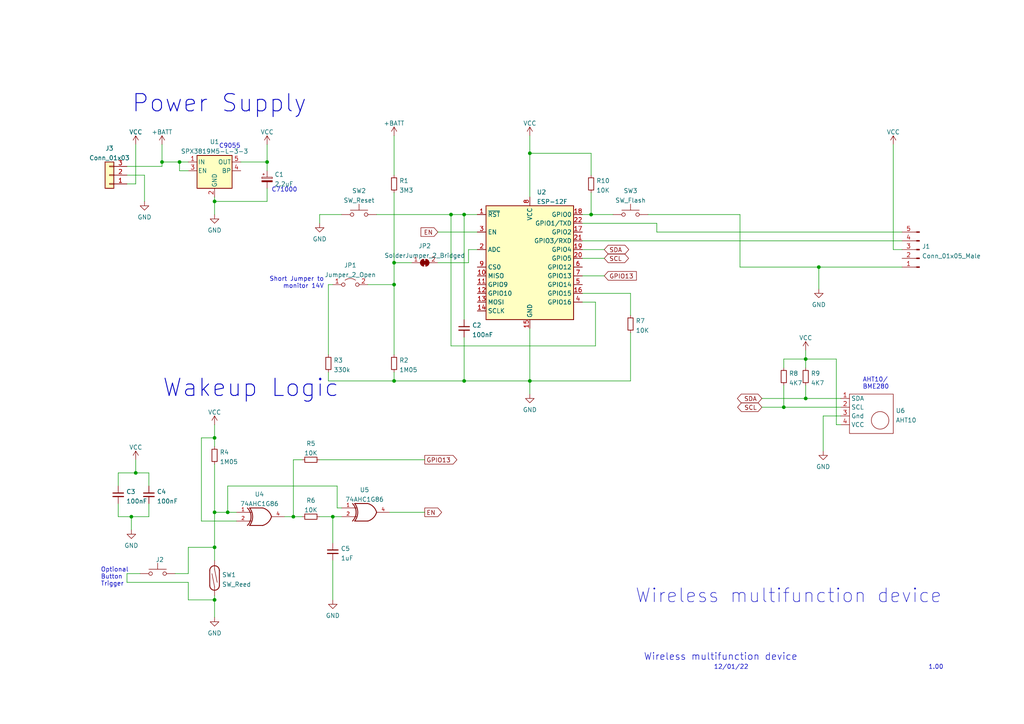
<source format=kicad_sch>
(kicad_sch (version 20211123) (generator eeschema)

  (uuid 19991842-559b-4181-bd94-9e4023eb3f59)

  (paper "A4")

  (lib_symbols
    (symbol "74xGxx:74AHC1G86" (pin_names (offset 1.016)) (in_bom yes) (on_board yes)
      (property "Reference" "U" (id 0) (at -2.54 3.81 0)
        (effects (font (size 1.27 1.27)))
      )
      (property "Value" "74AHC1G86" (id 1) (at 0 -3.81 0)
        (effects (font (size 1.27 1.27)))
      )
      (property "Footprint" "" (id 2) (at 0 0 0)
        (effects (font (size 1.27 1.27)) hide)
      )
      (property "Datasheet" "http://www.ti.com/lit/sg/scyt129e/scyt129e.pdf" (id 3) (at 0 0 0)
        (effects (font (size 1.27 1.27)) hide)
      )
      (property "ki_keywords" "Single Gate EX-OR LVC CMOS" (id 4) (at 0 0 0)
        (effects (font (size 1.27 1.27)) hide)
      )
      (property "ki_description" "Single EX-OR Gate, Low-Voltage CMOS" (id 5) (at 0 0 0)
        (effects (font (size 1.27 1.27)) hide)
      )
      (property "ki_fp_filters" "SOT* SG-*" (id 6) (at 0 0 0)
        (effects (font (size 1.27 1.27)) hide)
      )
      (symbol "74AHC1G86_0_1"
        (arc (start -4.445 -2.54) (mid -3.3929 0) (end -4.445 2.54)
          (stroke (width 0.254) (type default) (color 0 0 0 0))
          (fill (type none))
        )
        (arc (start -3.81 -2.54) (mid -2.919 0) (end -3.81 2.54)
          (stroke (width 0.254) (type default) (color 0 0 0 0))
          (fill (type none))
        )
        (arc (start 0 -2.54) (mid 1.601 -1.601) (end 2.54 0)
          (stroke (width 0.254) (type default) (color 0 0 0 0))
          (fill (type none))
        )
        (polyline
          (pts
            (xy -3.81 -1.27)
            (xy -3.175 -1.27)
          )
          (stroke (width 0) (type default) (color 0 0 0 0))
          (fill (type none))
        )
        (polyline
          (pts
            (xy -3.81 1.27)
            (xy -3.175 1.27)
          )
          (stroke (width 0) (type default) (color 0 0 0 0))
          (fill (type none))
        )
        (polyline
          (pts
            (xy 0 -2.54)
            (xy -3.81 -2.54)
          )
          (stroke (width 0.254) (type default) (color 0 0 0 0))
          (fill (type background))
        )
        (polyline
          (pts
            (xy 0 2.54)
            (xy -3.81 2.54)
          )
          (stroke (width 0.254) (type default) (color 0 0 0 0))
          (fill (type background))
        )
        (arc (start 2.54 0) (mid 1.6136 1.6136) (end 0 2.54)
          (stroke (width 0.254) (type default) (color 0 0 0 0))
          (fill (type none))
        )
      )
      (symbol "74AHC1G86_1_1"
        (pin input line (at -7.62 1.27 0) (length 3.81)
          (name "~" (effects (font (size 1.016 1.016))))
          (number "1" (effects (font (size 1.016 1.016))))
        )
        (pin input line (at -7.62 -1.27 0) (length 3.81)
          (name "~" (effects (font (size 1.016 1.016))))
          (number "2" (effects (font (size 1.016 1.016))))
        )
        (pin power_in line (at 0 -2.54 270) (length 0) hide
          (name "GND" (effects (font (size 1.016 1.016))))
          (number "3" (effects (font (size 1.016 1.016))))
        )
        (pin output line (at 6.35 0 180) (length 3.81)
          (name "~" (effects (font (size 1.016 1.016))))
          (number "4" (effects (font (size 1.016 1.016))))
        )
        (pin power_in line (at 0 2.54 90) (length 0) hide
          (name "VCC" (effects (font (size 1.016 1.016))))
          (number "5" (effects (font (size 1.016 1.016))))
        )
      )
    )
    (symbol "Connector:Conn_01x05_Male" (pin_names (offset 1.016) hide) (in_bom yes) (on_board yes)
      (property "Reference" "J" (id 0) (at 0 7.62 0)
        (effects (font (size 1.27 1.27)))
      )
      (property "Value" "Conn_01x05_Male" (id 1) (at 0 -7.62 0)
        (effects (font (size 1.27 1.27)))
      )
      (property "Footprint" "" (id 2) (at 0 0 0)
        (effects (font (size 1.27 1.27)) hide)
      )
      (property "Datasheet" "~" (id 3) (at 0 0 0)
        (effects (font (size 1.27 1.27)) hide)
      )
      (property "ki_keywords" "connector" (id 4) (at 0 0 0)
        (effects (font (size 1.27 1.27)) hide)
      )
      (property "ki_description" "Generic connector, single row, 01x05, script generated (kicad-library-utils/schlib/autogen/connector/)" (id 5) (at 0 0 0)
        (effects (font (size 1.27 1.27)) hide)
      )
      (property "ki_fp_filters" "Connector*:*_1x??_*" (id 6) (at 0 0 0)
        (effects (font (size 1.27 1.27)) hide)
      )
      (symbol "Conn_01x05_Male_1_1"
        (polyline
          (pts
            (xy 1.27 -5.08)
            (xy 0.8636 -5.08)
          )
          (stroke (width 0.1524) (type default) (color 0 0 0 0))
          (fill (type none))
        )
        (polyline
          (pts
            (xy 1.27 -2.54)
            (xy 0.8636 -2.54)
          )
          (stroke (width 0.1524) (type default) (color 0 0 0 0))
          (fill (type none))
        )
        (polyline
          (pts
            (xy 1.27 0)
            (xy 0.8636 0)
          )
          (stroke (width 0.1524) (type default) (color 0 0 0 0))
          (fill (type none))
        )
        (polyline
          (pts
            (xy 1.27 2.54)
            (xy 0.8636 2.54)
          )
          (stroke (width 0.1524) (type default) (color 0 0 0 0))
          (fill (type none))
        )
        (polyline
          (pts
            (xy 1.27 5.08)
            (xy 0.8636 5.08)
          )
          (stroke (width 0.1524) (type default) (color 0 0 0 0))
          (fill (type none))
        )
        (rectangle (start 0.8636 -4.953) (end 0 -5.207)
          (stroke (width 0.1524) (type default) (color 0 0 0 0))
          (fill (type outline))
        )
        (rectangle (start 0.8636 -2.413) (end 0 -2.667)
          (stroke (width 0.1524) (type default) (color 0 0 0 0))
          (fill (type outline))
        )
        (rectangle (start 0.8636 0.127) (end 0 -0.127)
          (stroke (width 0.1524) (type default) (color 0 0 0 0))
          (fill (type outline))
        )
        (rectangle (start 0.8636 2.667) (end 0 2.413)
          (stroke (width 0.1524) (type default) (color 0 0 0 0))
          (fill (type outline))
        )
        (rectangle (start 0.8636 5.207) (end 0 4.953)
          (stroke (width 0.1524) (type default) (color 0 0 0 0))
          (fill (type outline))
        )
        (pin passive line (at 5.08 5.08 180) (length 3.81)
          (name "Pin_1" (effects (font (size 1.27 1.27))))
          (number "1" (effects (font (size 1.27 1.27))))
        )
        (pin passive line (at 5.08 2.54 180) (length 3.81)
          (name "Pin_2" (effects (font (size 1.27 1.27))))
          (number "2" (effects (font (size 1.27 1.27))))
        )
        (pin passive line (at 5.08 0 180) (length 3.81)
          (name "Pin_3" (effects (font (size 1.27 1.27))))
          (number "3" (effects (font (size 1.27 1.27))))
        )
        (pin passive line (at 5.08 -2.54 180) (length 3.81)
          (name "Pin_4" (effects (font (size 1.27 1.27))))
          (number "4" (effects (font (size 1.27 1.27))))
        )
        (pin passive line (at 5.08 -5.08 180) (length 3.81)
          (name "Pin_5" (effects (font (size 1.27 1.27))))
          (number "5" (effects (font (size 1.27 1.27))))
        )
      )
    )
    (symbol "Connector_Generic:Conn_01x03" (pin_names (offset 1.016) hide) (in_bom yes) (on_board yes)
      (property "Reference" "J" (id 0) (at 0 5.08 0)
        (effects (font (size 1.27 1.27)))
      )
      (property "Value" "Conn_01x03" (id 1) (at 0 -5.08 0)
        (effects (font (size 1.27 1.27)))
      )
      (property "Footprint" "" (id 2) (at 0 0 0)
        (effects (font (size 1.27 1.27)) hide)
      )
      (property "Datasheet" "~" (id 3) (at 0 0 0)
        (effects (font (size 1.27 1.27)) hide)
      )
      (property "ki_keywords" "connector" (id 4) (at 0 0 0)
        (effects (font (size 1.27 1.27)) hide)
      )
      (property "ki_description" "Generic connector, single row, 01x03, script generated (kicad-library-utils/schlib/autogen/connector/)" (id 5) (at 0 0 0)
        (effects (font (size 1.27 1.27)) hide)
      )
      (property "ki_fp_filters" "Connector*:*_1x??_*" (id 6) (at 0 0 0)
        (effects (font (size 1.27 1.27)) hide)
      )
      (symbol "Conn_01x03_1_1"
        (rectangle (start -1.27 -2.413) (end 0 -2.667)
          (stroke (width 0.1524) (type default) (color 0 0 0 0))
          (fill (type none))
        )
        (rectangle (start -1.27 0.127) (end 0 -0.127)
          (stroke (width 0.1524) (type default) (color 0 0 0 0))
          (fill (type none))
        )
        (rectangle (start -1.27 2.667) (end 0 2.413)
          (stroke (width 0.1524) (type default) (color 0 0 0 0))
          (fill (type none))
        )
        (rectangle (start -1.27 3.81) (end 1.27 -3.81)
          (stroke (width 0.254) (type default) (color 0 0 0 0))
          (fill (type background))
        )
        (pin passive line (at -5.08 2.54 0) (length 3.81)
          (name "Pin_1" (effects (font (size 1.27 1.27))))
          (number "1" (effects (font (size 1.27 1.27))))
        )
        (pin passive line (at -5.08 0 0) (length 3.81)
          (name "Pin_2" (effects (font (size 1.27 1.27))))
          (number "2" (effects (font (size 1.27 1.27))))
        )
        (pin passive line (at -5.08 -2.54 0) (length 3.81)
          (name "Pin_3" (effects (font (size 1.27 1.27))))
          (number "3" (effects (font (size 1.27 1.27))))
        )
      )
    )
    (symbol "Device:C_Polarized_Small" (pin_numbers hide) (pin_names (offset 0.254) hide) (in_bom yes) (on_board yes)
      (property "Reference" "C" (id 0) (at 0.254 1.778 0)
        (effects (font (size 1.27 1.27)) (justify left))
      )
      (property "Value" "C_Polarized_Small" (id 1) (at 0.254 -2.032 0)
        (effects (font (size 1.27 1.27)) (justify left))
      )
      (property "Footprint" "" (id 2) (at 0 0 0)
        (effects (font (size 1.27 1.27)) hide)
      )
      (property "Datasheet" "~" (id 3) (at 0 0 0)
        (effects (font (size 1.27 1.27)) hide)
      )
      (property "ki_keywords" "cap capacitor" (id 4) (at 0 0 0)
        (effects (font (size 1.27 1.27)) hide)
      )
      (property "ki_description" "Polarized capacitor, small symbol" (id 5) (at 0 0 0)
        (effects (font (size 1.27 1.27)) hide)
      )
      (property "ki_fp_filters" "CP_*" (id 6) (at 0 0 0)
        (effects (font (size 1.27 1.27)) hide)
      )
      (symbol "C_Polarized_Small_0_1"
        (rectangle (start -1.524 -0.3048) (end 1.524 -0.6858)
          (stroke (width 0) (type default) (color 0 0 0 0))
          (fill (type outline))
        )
        (rectangle (start -1.524 0.6858) (end 1.524 0.3048)
          (stroke (width 0) (type default) (color 0 0 0 0))
          (fill (type none))
        )
        (polyline
          (pts
            (xy -1.27 1.524)
            (xy -0.762 1.524)
          )
          (stroke (width 0) (type default) (color 0 0 0 0))
          (fill (type none))
        )
        (polyline
          (pts
            (xy -1.016 1.27)
            (xy -1.016 1.778)
          )
          (stroke (width 0) (type default) (color 0 0 0 0))
          (fill (type none))
        )
      )
      (symbol "C_Polarized_Small_1_1"
        (pin passive line (at 0 2.54 270) (length 1.8542)
          (name "~" (effects (font (size 1.27 1.27))))
          (number "1" (effects (font (size 1.27 1.27))))
        )
        (pin passive line (at 0 -2.54 90) (length 1.8542)
          (name "~" (effects (font (size 1.27 1.27))))
          (number "2" (effects (font (size 1.27 1.27))))
        )
      )
    )
    (symbol "Device:C_Small" (pin_numbers hide) (pin_names (offset 0.254) hide) (in_bom yes) (on_board yes)
      (property "Reference" "C" (id 0) (at 0.254 1.778 0)
        (effects (font (size 1.27 1.27)) (justify left))
      )
      (property "Value" "C_Small" (id 1) (at 0.254 -2.032 0)
        (effects (font (size 1.27 1.27)) (justify left))
      )
      (property "Footprint" "" (id 2) (at 0 0 0)
        (effects (font (size 1.27 1.27)) hide)
      )
      (property "Datasheet" "~" (id 3) (at 0 0 0)
        (effects (font (size 1.27 1.27)) hide)
      )
      (property "ki_keywords" "capacitor cap" (id 4) (at 0 0 0)
        (effects (font (size 1.27 1.27)) hide)
      )
      (property "ki_description" "Unpolarized capacitor, small symbol" (id 5) (at 0 0 0)
        (effects (font (size 1.27 1.27)) hide)
      )
      (property "ki_fp_filters" "C_*" (id 6) (at 0 0 0)
        (effects (font (size 1.27 1.27)) hide)
      )
      (symbol "C_Small_0_1"
        (polyline
          (pts
            (xy -1.524 -0.508)
            (xy 1.524 -0.508)
          )
          (stroke (width 0.3302) (type default) (color 0 0 0 0))
          (fill (type none))
        )
        (polyline
          (pts
            (xy -1.524 0.508)
            (xy 1.524 0.508)
          )
          (stroke (width 0.3048) (type default) (color 0 0 0 0))
          (fill (type none))
        )
      )
      (symbol "C_Small_1_1"
        (pin passive line (at 0 2.54 270) (length 2.032)
          (name "~" (effects (font (size 1.27 1.27))))
          (number "1" (effects (font (size 1.27 1.27))))
        )
        (pin passive line (at 0 -2.54 90) (length 2.032)
          (name "~" (effects (font (size 1.27 1.27))))
          (number "2" (effects (font (size 1.27 1.27))))
        )
      )
    )
    (symbol "Device:R_Small" (pin_numbers hide) (pin_names (offset 0.254) hide) (in_bom yes) (on_board yes)
      (property "Reference" "R" (id 0) (at 0.762 0.508 0)
        (effects (font (size 1.27 1.27)) (justify left))
      )
      (property "Value" "R_Small" (id 1) (at 0.762 -1.016 0)
        (effects (font (size 1.27 1.27)) (justify left))
      )
      (property "Footprint" "" (id 2) (at 0 0 0)
        (effects (font (size 1.27 1.27)) hide)
      )
      (property "Datasheet" "~" (id 3) (at 0 0 0)
        (effects (font (size 1.27 1.27)) hide)
      )
      (property "ki_keywords" "R resistor" (id 4) (at 0 0 0)
        (effects (font (size 1.27 1.27)) hide)
      )
      (property "ki_description" "Resistor, small symbol" (id 5) (at 0 0 0)
        (effects (font (size 1.27 1.27)) hide)
      )
      (property "ki_fp_filters" "R_*" (id 6) (at 0 0 0)
        (effects (font (size 1.27 1.27)) hide)
      )
      (symbol "R_Small_0_1"
        (rectangle (start -0.762 1.778) (end 0.762 -1.778)
          (stroke (width 0.2032) (type default) (color 0 0 0 0))
          (fill (type none))
        )
      )
      (symbol "R_Small_1_1"
        (pin passive line (at 0 2.54 270) (length 0.762)
          (name "~" (effects (font (size 1.27 1.27))))
          (number "1" (effects (font (size 1.27 1.27))))
        )
        (pin passive line (at 0 -2.54 90) (length 0.762)
          (name "~" (effects (font (size 1.27 1.27))))
          (number "2" (effects (font (size 1.27 1.27))))
        )
      )
    )
    (symbol "Jumper:Jumper_2_Open" (pin_names (offset 0) hide) (in_bom yes) (on_board yes)
      (property "Reference" "JP" (id 0) (at 0 2.794 0)
        (effects (font (size 1.27 1.27)))
      )
      (property "Value" "Jumper_2_Open" (id 1) (at 0 -2.286 0)
        (effects (font (size 1.27 1.27)))
      )
      (property "Footprint" "" (id 2) (at 0 0 0)
        (effects (font (size 1.27 1.27)) hide)
      )
      (property "Datasheet" "~" (id 3) (at 0 0 0)
        (effects (font (size 1.27 1.27)) hide)
      )
      (property "ki_keywords" "Jumper SPST" (id 4) (at 0 0 0)
        (effects (font (size 1.27 1.27)) hide)
      )
      (property "ki_description" "Jumper, 2-pole, open" (id 5) (at 0 0 0)
        (effects (font (size 1.27 1.27)) hide)
      )
      (property "ki_fp_filters" "Jumper* TestPoint*2Pads* TestPoint*Bridge*" (id 6) (at 0 0 0)
        (effects (font (size 1.27 1.27)) hide)
      )
      (symbol "Jumper_2_Open_0_0"
        (circle (center -2.032 0) (radius 0.508)
          (stroke (width 0) (type default) (color 0 0 0 0))
          (fill (type none))
        )
        (circle (center 2.032 0) (radius 0.508)
          (stroke (width 0) (type default) (color 0 0 0 0))
          (fill (type none))
        )
      )
      (symbol "Jumper_2_Open_0_1"
        (arc (start 1.524 1.27) (mid 0 1.778) (end -1.524 1.27)
          (stroke (width 0) (type default) (color 0 0 0 0))
          (fill (type none))
        )
      )
      (symbol "Jumper_2_Open_1_1"
        (pin passive line (at -5.08 0 0) (length 2.54)
          (name "A" (effects (font (size 1.27 1.27))))
          (number "1" (effects (font (size 1.27 1.27))))
        )
        (pin passive line (at 5.08 0 180) (length 2.54)
          (name "B" (effects (font (size 1.27 1.27))))
          (number "2" (effects (font (size 1.27 1.27))))
        )
      )
    )
    (symbol "Jumper:SolderJumper_2_Bridged" (pin_names (offset 0) hide) (in_bom yes) (on_board yes)
      (property "Reference" "JP" (id 0) (at 0 2.032 0)
        (effects (font (size 1.27 1.27)))
      )
      (property "Value" "SolderJumper_2_Bridged" (id 1) (at 0 -2.54 0)
        (effects (font (size 1.27 1.27)))
      )
      (property "Footprint" "" (id 2) (at 0 0 0)
        (effects (font (size 1.27 1.27)) hide)
      )
      (property "Datasheet" "~" (id 3) (at 0 0 0)
        (effects (font (size 1.27 1.27)) hide)
      )
      (property "ki_keywords" "solder jumper SPST" (id 4) (at 0 0 0)
        (effects (font (size 1.27 1.27)) hide)
      )
      (property "ki_description" "Solder Jumper, 2-pole, closed/bridged" (id 5) (at 0 0 0)
        (effects (font (size 1.27 1.27)) hide)
      )
      (property "ki_fp_filters" "SolderJumper*Bridged*" (id 6) (at 0 0 0)
        (effects (font (size 1.27 1.27)) hide)
      )
      (symbol "SolderJumper_2_Bridged_0_1"
        (rectangle (start -0.508 0.508) (end 0.508 -0.508)
          (stroke (width 0) (type default) (color 0 0 0 0))
          (fill (type outline))
        )
        (arc (start -0.254 1.016) (mid -1.27 0) (end -0.254 -1.016)
          (stroke (width 0) (type default) (color 0 0 0 0))
          (fill (type none))
        )
        (arc (start -0.254 1.016) (mid -1.27 0) (end -0.254 -1.016)
          (stroke (width 0) (type default) (color 0 0 0 0))
          (fill (type outline))
        )
        (polyline
          (pts
            (xy -0.254 1.016)
            (xy -0.254 -1.016)
          )
          (stroke (width 0) (type default) (color 0 0 0 0))
          (fill (type none))
        )
        (polyline
          (pts
            (xy 0.254 1.016)
            (xy 0.254 -1.016)
          )
          (stroke (width 0) (type default) (color 0 0 0 0))
          (fill (type none))
        )
        (arc (start 0.254 -1.016) (mid 1.27 0) (end 0.254 1.016)
          (stroke (width 0) (type default) (color 0 0 0 0))
          (fill (type none))
        )
        (arc (start 0.254 -1.016) (mid 1.27 0) (end 0.254 1.016)
          (stroke (width 0) (type default) (color 0 0 0 0))
          (fill (type outline))
        )
      )
      (symbol "SolderJumper_2_Bridged_1_1"
        (pin passive line (at -3.81 0 0) (length 2.54)
          (name "A" (effects (font (size 1.27 1.27))))
          (number "1" (effects (font (size 1.27 1.27))))
        )
        (pin passive line (at 3.81 0 180) (length 2.54)
          (name "B" (effects (font (size 1.27 1.27))))
          (number "2" (effects (font (size 1.27 1.27))))
        )
      )
    )
    (symbol "MyLibrary:AHT10" (in_bom yes) (on_board yes)
      (property "Reference" "U" (id 0) (at 0 0 0)
        (effects (font (size 1.27 1.27)))
      )
      (property "Value" "AHT10" (id 1) (at 8.89 -3.81 0)
        (effects (font (size 1.27 1.27)))
      )
      (property "Footprint" "" (id 2) (at 0 0 0)
        (effects (font (size 1.27 1.27)) hide)
      )
      (property "Datasheet" "" (id 3) (at 0 0 0)
        (effects (font (size 1.27 1.27)) hide)
      )
      (symbol "AHT10_0_1"
        (rectangle (start 0 -1.27) (end 12.7 -12.7)
          (stroke (width 0.1524) (type default) (color 0 0 0 0))
          (fill (type none))
        )
        (circle (center 8.89 -8.89) (radius 2.54)
          (stroke (width 0.1524) (type default) (color 0 0 0 0))
          (fill (type none))
        )
      )
      (symbol "AHT10_1_1"
        (pin bidirectional line (at -2.54 -2.54 0) (length 2.54)
          (name "SDA" (effects (font (size 1.27 1.27))))
          (number "1" (effects (font (size 1.27 1.27))))
        )
        (pin input line (at -2.54 -5.08 0) (length 2.54)
          (name "SCL" (effects (font (size 1.27 1.27))))
          (number "2" (effects (font (size 1.27 1.27))))
        )
        (pin power_in line (at -2.54 -7.62 0) (length 2.54)
          (name "Gnd" (effects (font (size 1.27 1.27))))
          (number "3" (effects (font (size 1.27 1.27))))
        )
        (pin power_in line (at -2.54 -10.16 0) (length 2.54)
          (name "VCC" (effects (font (size 1.27 1.27))))
          (number "4" (effects (font (size 1.27 1.27))))
        )
      )
    )
    (symbol "RF_Module:ESP-12F" (in_bom yes) (on_board yes)
      (property "Reference" "U" (id 0) (at -12.7 19.05 0)
        (effects (font (size 1.27 1.27)) (justify left))
      )
      (property "Value" "ESP-12F" (id 1) (at 12.7 19.05 0)
        (effects (font (size 1.27 1.27)) (justify right))
      )
      (property "Footprint" "RF_Module:ESP-12E" (id 2) (at 0 0 0)
        (effects (font (size 1.27 1.27)) hide)
      )
      (property "Datasheet" "http://wiki.ai-thinker.com/_media/esp8266/esp8266_series_modules_user_manual_v1.1.pdf" (id 3) (at -8.89 2.54 0)
        (effects (font (size 1.27 1.27)) hide)
      )
      (property "ki_keywords" "802.11 Wi-Fi" (id 4) (at 0 0 0)
        (effects (font (size 1.27 1.27)) hide)
      )
      (property "ki_description" "802.11 b/g/n Wi-Fi Module" (id 5) (at 0 0 0)
        (effects (font (size 1.27 1.27)) hide)
      )
      (property "ki_fp_filters" "ESP?12*" (id 6) (at 0 0 0)
        (effects (font (size 1.27 1.27)) hide)
      )
      (symbol "ESP-12F_0_1"
        (rectangle (start -12.7 17.78) (end 12.7 -15.24)
          (stroke (width 0.254) (type default) (color 0 0 0 0))
          (fill (type background))
        )
      )
      (symbol "ESP-12F_1_1"
        (pin input line (at -15.24 15.24 0) (length 2.54)
          (name "~{RST}" (effects (font (size 1.27 1.27))))
          (number "1" (effects (font (size 1.27 1.27))))
        )
        (pin bidirectional line (at -15.24 -2.54 0) (length 2.54)
          (name "MISO" (effects (font (size 1.27 1.27))))
          (number "10" (effects (font (size 1.27 1.27))))
        )
        (pin bidirectional line (at -15.24 -5.08 0) (length 2.54)
          (name "GPIO9" (effects (font (size 1.27 1.27))))
          (number "11" (effects (font (size 1.27 1.27))))
        )
        (pin bidirectional line (at -15.24 -7.62 0) (length 2.54)
          (name "GPIO10" (effects (font (size 1.27 1.27))))
          (number "12" (effects (font (size 1.27 1.27))))
        )
        (pin bidirectional line (at -15.24 -10.16 0) (length 2.54)
          (name "MOSI" (effects (font (size 1.27 1.27))))
          (number "13" (effects (font (size 1.27 1.27))))
        )
        (pin bidirectional line (at -15.24 -12.7 0) (length 2.54)
          (name "SCLK" (effects (font (size 1.27 1.27))))
          (number "14" (effects (font (size 1.27 1.27))))
        )
        (pin power_in line (at 0 -17.78 90) (length 2.54)
          (name "GND" (effects (font (size 1.27 1.27))))
          (number "15" (effects (font (size 1.27 1.27))))
        )
        (pin bidirectional line (at 15.24 -7.62 180) (length 2.54)
          (name "GPIO15" (effects (font (size 1.27 1.27))))
          (number "16" (effects (font (size 1.27 1.27))))
        )
        (pin bidirectional line (at 15.24 10.16 180) (length 2.54)
          (name "GPIO2" (effects (font (size 1.27 1.27))))
          (number "17" (effects (font (size 1.27 1.27))))
        )
        (pin bidirectional line (at 15.24 15.24 180) (length 2.54)
          (name "GPIO0" (effects (font (size 1.27 1.27))))
          (number "18" (effects (font (size 1.27 1.27))))
        )
        (pin bidirectional line (at 15.24 5.08 180) (length 2.54)
          (name "GPIO4" (effects (font (size 1.27 1.27))))
          (number "19" (effects (font (size 1.27 1.27))))
        )
        (pin input line (at -15.24 5.08 0) (length 2.54)
          (name "ADC" (effects (font (size 1.27 1.27))))
          (number "2" (effects (font (size 1.27 1.27))))
        )
        (pin bidirectional line (at 15.24 2.54 180) (length 2.54)
          (name "GPIO5" (effects (font (size 1.27 1.27))))
          (number "20" (effects (font (size 1.27 1.27))))
        )
        (pin bidirectional line (at 15.24 7.62 180) (length 2.54)
          (name "GPIO3/RXD" (effects (font (size 1.27 1.27))))
          (number "21" (effects (font (size 1.27 1.27))))
        )
        (pin bidirectional line (at 15.24 12.7 180) (length 2.54)
          (name "GPIO1/TXD" (effects (font (size 1.27 1.27))))
          (number "22" (effects (font (size 1.27 1.27))))
        )
        (pin input line (at -15.24 10.16 0) (length 2.54)
          (name "EN" (effects (font (size 1.27 1.27))))
          (number "3" (effects (font (size 1.27 1.27))))
        )
        (pin bidirectional line (at 15.24 -10.16 180) (length 2.54)
          (name "GPIO16" (effects (font (size 1.27 1.27))))
          (number "4" (effects (font (size 1.27 1.27))))
        )
        (pin bidirectional line (at 15.24 -5.08 180) (length 2.54)
          (name "GPIO14" (effects (font (size 1.27 1.27))))
          (number "5" (effects (font (size 1.27 1.27))))
        )
        (pin bidirectional line (at 15.24 0 180) (length 2.54)
          (name "GPIO12" (effects (font (size 1.27 1.27))))
          (number "6" (effects (font (size 1.27 1.27))))
        )
        (pin bidirectional line (at 15.24 -2.54 180) (length 2.54)
          (name "GPIO13" (effects (font (size 1.27 1.27))))
          (number "7" (effects (font (size 1.27 1.27))))
        )
        (pin power_in line (at 0 20.32 270) (length 2.54)
          (name "VCC" (effects (font (size 1.27 1.27))))
          (number "8" (effects (font (size 1.27 1.27))))
        )
        (pin input line (at -15.24 0 0) (length 2.54)
          (name "CS0" (effects (font (size 1.27 1.27))))
          (number "9" (effects (font (size 1.27 1.27))))
        )
      )
    )
    (symbol "Regulator_Linear:SPX3819M5-L-3-3" (pin_names (offset 0.254)) (in_bom yes) (on_board yes)
      (property "Reference" "U" (id 0) (at -3.81 5.715 0)
        (effects (font (size 1.27 1.27)))
      )
      (property "Value" "SPX3819M5-L-3-3" (id 1) (at 0 5.715 0)
        (effects (font (size 1.27 1.27)) (justify left))
      )
      (property "Footprint" "Package_TO_SOT_SMD:SOT-23-5" (id 2) (at 0 8.255 0)
        (effects (font (size 1.27 1.27)) hide)
      )
      (property "Datasheet" "https://www.exar.com/content/document.ashx?id=22106&languageid=1033&type=Datasheet&partnumber=SPX3819&filename=SPX3819.pdf&part=SPX3819" (id 3) (at 0 0 0)
        (effects (font (size 1.27 1.27)) hide)
      )
      (property "ki_keywords" "REGULATOR LDO 3.3V" (id 4) (at 0 0 0)
        (effects (font (size 1.27 1.27)) hide)
      )
      (property "ki_description" "500mA Low drop-out regulator, Fixed Output 3.3V, SOT-23-5" (id 5) (at 0 0 0)
        (effects (font (size 1.27 1.27)) hide)
      )
      (property "ki_fp_filters" "SOT?23*" (id 6) (at 0 0 0)
        (effects (font (size 1.27 1.27)) hide)
      )
      (symbol "SPX3819M5-L-3-3_0_1"
        (rectangle (start -5.08 4.445) (end 5.08 -5.08)
          (stroke (width 0.254) (type default) (color 0 0 0 0))
          (fill (type background))
        )
      )
      (symbol "SPX3819M5-L-3-3_1_1"
        (pin power_in line (at -7.62 2.54 0) (length 2.54)
          (name "IN" (effects (font (size 1.27 1.27))))
          (number "1" (effects (font (size 1.27 1.27))))
        )
        (pin power_in line (at 0 -7.62 90) (length 2.54)
          (name "GND" (effects (font (size 1.27 1.27))))
          (number "2" (effects (font (size 1.27 1.27))))
        )
        (pin input line (at -7.62 0 0) (length 2.54)
          (name "EN" (effects (font (size 1.27 1.27))))
          (number "3" (effects (font (size 1.27 1.27))))
        )
        (pin input line (at 7.62 0 180) (length 2.54)
          (name "BP" (effects (font (size 1.27 1.27))))
          (number "4" (effects (font (size 1.27 1.27))))
        )
        (pin power_out line (at 7.62 2.54 180) (length 2.54)
          (name "OUT" (effects (font (size 1.27 1.27))))
          (number "5" (effects (font (size 1.27 1.27))))
        )
      )
    )
    (symbol "Switch:SW_Push" (pin_numbers hide) (pin_names (offset 1.016) hide) (in_bom yes) (on_board yes)
      (property "Reference" "SW" (id 0) (at 1.27 2.54 0)
        (effects (font (size 1.27 1.27)) (justify left))
      )
      (property "Value" "SW_Push" (id 1) (at 0 -1.524 0)
        (effects (font (size 1.27 1.27)))
      )
      (property "Footprint" "" (id 2) (at 0 5.08 0)
        (effects (font (size 1.27 1.27)) hide)
      )
      (property "Datasheet" "~" (id 3) (at 0 5.08 0)
        (effects (font (size 1.27 1.27)) hide)
      )
      (property "ki_keywords" "switch normally-open pushbutton push-button" (id 4) (at 0 0 0)
        (effects (font (size 1.27 1.27)) hide)
      )
      (property "ki_description" "Push button switch, generic, two pins" (id 5) (at 0 0 0)
        (effects (font (size 1.27 1.27)) hide)
      )
      (symbol "SW_Push_0_1"
        (circle (center -2.032 0) (radius 0.508)
          (stroke (width 0) (type default) (color 0 0 0 0))
          (fill (type none))
        )
        (polyline
          (pts
            (xy 0 1.27)
            (xy 0 3.048)
          )
          (stroke (width 0) (type default) (color 0 0 0 0))
          (fill (type none))
        )
        (polyline
          (pts
            (xy 2.54 1.27)
            (xy -2.54 1.27)
          )
          (stroke (width 0) (type default) (color 0 0 0 0))
          (fill (type none))
        )
        (circle (center 2.032 0) (radius 0.508)
          (stroke (width 0) (type default) (color 0 0 0 0))
          (fill (type none))
        )
        (pin passive line (at -5.08 0 0) (length 2.54)
          (name "1" (effects (font (size 1.27 1.27))))
          (number "1" (effects (font (size 1.27 1.27))))
        )
        (pin passive line (at 5.08 0 180) (length 2.54)
          (name "2" (effects (font (size 1.27 1.27))))
          (number "2" (effects (font (size 1.27 1.27))))
        )
      )
    )
    (symbol "Switch:SW_Reed" (pin_numbers hide) (pin_names (offset 0) hide) (in_bom yes) (on_board yes)
      (property "Reference" "SW" (id 0) (at 0 2.54 0)
        (effects (font (size 1.27 1.27)))
      )
      (property "Value" "SW_Reed" (id 1) (at 0 -2.54 0)
        (effects (font (size 1.27 1.27)))
      )
      (property "Footprint" "" (id 2) (at 0 0 0)
        (effects (font (size 1.27 1.27)) hide)
      )
      (property "Datasheet" "~" (id 3) (at 0 0 0)
        (effects (font (size 1.27 1.27)) hide)
      )
      (property "ki_keywords" "reed magnetic switch" (id 4) (at 0 0 0)
        (effects (font (size 1.27 1.27)) hide)
      )
      (property "ki_description" "reed switch" (id 5) (at 0 0 0)
        (effects (font (size 1.27 1.27)) hide)
      )
      (symbol "SW_Reed_0_0"
        (arc (start -2.159 1.397) (mid -3.556 0) (end -2.159 -1.397)
          (stroke (width 0.254) (type default) (color 0 0 0 0))
          (fill (type none))
        )
        (polyline
          (pts
            (xy -2.54 0)
            (xy 1.27 0.762)
          )
          (stroke (width 0) (type default) (color 0 0 0 0))
          (fill (type none))
        )
        (polyline
          (pts
            (xy -2.159 -1.397)
            (xy 2.286 -1.397)
          )
          (stroke (width 0.254) (type default) (color 0 0 0 0))
          (fill (type none))
        )
        (polyline
          (pts
            (xy 2.159 1.397)
            (xy -2.159 1.397)
          )
          (stroke (width 0.254) (type default) (color 0 0 0 0))
          (fill (type none))
        )
        (polyline
          (pts
            (xy 2.54 0)
            (xy -1.27 -0.762)
          )
          (stroke (width 0) (type default) (color 0 0 0 0))
          (fill (type none))
        )
        (arc (start 2.159 -1.397) (mid 3.556 0) (end 2.159 1.397)
          (stroke (width 0.254) (type default) (color 0 0 0 0))
          (fill (type none))
        )
      )
      (symbol "SW_Reed_1_1"
        (pin passive line (at -5.08 0 0) (length 2.54)
          (name "1" (effects (font (size 1.27 1.27))))
          (number "1" (effects (font (size 1.27 1.27))))
        )
        (pin passive line (at 5.08 0 180) (length 2.54)
          (name "2" (effects (font (size 1.27 1.27))))
          (number "2" (effects (font (size 1.27 1.27))))
        )
      )
    )
    (symbol "power:+BATT" (power) (pin_names (offset 0)) (in_bom yes) (on_board yes)
      (property "Reference" "#PWR" (id 0) (at 0 -3.81 0)
        (effects (font (size 1.27 1.27)) hide)
      )
      (property "Value" "+BATT" (id 1) (at 0 3.556 0)
        (effects (font (size 1.27 1.27)))
      )
      (property "Footprint" "" (id 2) (at 0 0 0)
        (effects (font (size 1.27 1.27)) hide)
      )
      (property "Datasheet" "" (id 3) (at 0 0 0)
        (effects (font (size 1.27 1.27)) hide)
      )
      (property "ki_keywords" "power-flag battery" (id 4) (at 0 0 0)
        (effects (font (size 1.27 1.27)) hide)
      )
      (property "ki_description" "Power symbol creates a global label with name \"+BATT\"" (id 5) (at 0 0 0)
        (effects (font (size 1.27 1.27)) hide)
      )
      (symbol "+BATT_0_1"
        (polyline
          (pts
            (xy -0.762 1.27)
            (xy 0 2.54)
          )
          (stroke (width 0) (type default) (color 0 0 0 0))
          (fill (type none))
        )
        (polyline
          (pts
            (xy 0 0)
            (xy 0 2.54)
          )
          (stroke (width 0) (type default) (color 0 0 0 0))
          (fill (type none))
        )
        (polyline
          (pts
            (xy 0 2.54)
            (xy 0.762 1.27)
          )
          (stroke (width 0) (type default) (color 0 0 0 0))
          (fill (type none))
        )
      )
      (symbol "+BATT_1_1"
        (pin power_in line (at 0 0 90) (length 0) hide
          (name "+BATT" (effects (font (size 1.27 1.27))))
          (number "1" (effects (font (size 1.27 1.27))))
        )
      )
    )
    (symbol "power:GND" (power) (pin_names (offset 0)) (in_bom yes) (on_board yes)
      (property "Reference" "#PWR" (id 0) (at 0 -6.35 0)
        (effects (font (size 1.27 1.27)) hide)
      )
      (property "Value" "GND" (id 1) (at 0 -3.81 0)
        (effects (font (size 1.27 1.27)))
      )
      (property "Footprint" "" (id 2) (at 0 0 0)
        (effects (font (size 1.27 1.27)) hide)
      )
      (property "Datasheet" "" (id 3) (at 0 0 0)
        (effects (font (size 1.27 1.27)) hide)
      )
      (property "ki_keywords" "power-flag" (id 4) (at 0 0 0)
        (effects (font (size 1.27 1.27)) hide)
      )
      (property "ki_description" "Power symbol creates a global label with name \"GND\" , ground" (id 5) (at 0 0 0)
        (effects (font (size 1.27 1.27)) hide)
      )
      (symbol "GND_0_1"
        (polyline
          (pts
            (xy 0 0)
            (xy 0 -1.27)
            (xy 1.27 -1.27)
            (xy 0 -2.54)
            (xy -1.27 -1.27)
            (xy 0 -1.27)
          )
          (stroke (width 0) (type default) (color 0 0 0 0))
          (fill (type none))
        )
      )
      (symbol "GND_1_1"
        (pin power_in line (at 0 0 270) (length 0) hide
          (name "GND" (effects (font (size 1.27 1.27))))
          (number "1" (effects (font (size 1.27 1.27))))
        )
      )
    )
    (symbol "power:VCC" (power) (pin_names (offset 0)) (in_bom yes) (on_board yes)
      (property "Reference" "#PWR" (id 0) (at 0 -3.81 0)
        (effects (font (size 1.27 1.27)) hide)
      )
      (property "Value" "VCC" (id 1) (at 0 3.81 0)
        (effects (font (size 1.27 1.27)))
      )
      (property "Footprint" "" (id 2) (at 0 0 0)
        (effects (font (size 1.27 1.27)) hide)
      )
      (property "Datasheet" "" (id 3) (at 0 0 0)
        (effects (font (size 1.27 1.27)) hide)
      )
      (property "ki_keywords" "power-flag" (id 4) (at 0 0 0)
        (effects (font (size 1.27 1.27)) hide)
      )
      (property "ki_description" "Power symbol creates a global label with name \"VCC\"" (id 5) (at 0 0 0)
        (effects (font (size 1.27 1.27)) hide)
      )
      (symbol "VCC_0_1"
        (polyline
          (pts
            (xy -0.762 1.27)
            (xy 0 2.54)
          )
          (stroke (width 0) (type default) (color 0 0 0 0))
          (fill (type none))
        )
        (polyline
          (pts
            (xy 0 0)
            (xy 0 2.54)
          )
          (stroke (width 0) (type default) (color 0 0 0 0))
          (fill (type none))
        )
        (polyline
          (pts
            (xy 0 2.54)
            (xy 0.762 1.27)
          )
          (stroke (width 0) (type default) (color 0 0 0 0))
          (fill (type none))
        )
      )
      (symbol "VCC_1_1"
        (pin power_in line (at 0 0 90) (length 0) hide
          (name "VCC" (effects (font (size 1.27 1.27))))
          (number "1" (effects (font (size 1.27 1.27))))
        )
      )
    )
  )

  (junction (at 38.1 149.86) (diameter 0) (color 0 0 0 0)
    (uuid 054a41d6-252b-4ac4-89a8-7bb22a36ff8e)
  )
  (junction (at 62.23 127) (diameter 0) (color 0 0 0 0)
    (uuid 1ca9a806-c799-4e5c-b060-632c64a39e8e)
  )
  (junction (at 62.23 58.42) (diameter 0) (color 0 0 0 0)
    (uuid 23d3925c-90cd-49d2-aec8-631f169a0930)
  )
  (junction (at 153.67 110.49) (diameter 0) (color 0 0 0 0)
    (uuid 2d4b3185-74db-4d28-a26f-157fb8e3efe1)
  )
  (junction (at 134.62 110.49) (diameter 0) (color 0 0 0 0)
    (uuid 4a794a6c-2999-494a-8e8f-8c2da759703b)
  )
  (junction (at 114.3 110.49) (diameter 0) (color 0 0 0 0)
    (uuid 5af0fa88-0246-46b7-b7e9-20ffcb313e3e)
  )
  (junction (at 66.04 148.59) (diameter 0) (color 0 0 0 0)
    (uuid 5c803f26-fdb0-4636-9464-dc520b15eb26)
  )
  (junction (at 153.67 44.45) (diameter 0) (color 0 0 0 0)
    (uuid 6621da27-6482-4456-8076-5c7046ae9d96)
  )
  (junction (at 134.62 62.23) (diameter 0) (color 0 0 0 0)
    (uuid 6bced446-6fa1-4a44-9b3f-54cd3597a1e2)
  )
  (junction (at 130.81 62.23) (diameter 0) (color 0 0 0 0)
    (uuid 6c8c84fa-20ab-46b8-a2de-5eea6e6e7aaa)
  )
  (junction (at 233.68 104.14) (diameter 0) (color 0 0 0 0)
    (uuid 6caf4e4f-95ed-4565-b6c2-c3df1adb1480)
  )
  (junction (at 233.68 115.57) (diameter 0) (color 0 0 0 0)
    (uuid 76fbfc3c-d656-429f-80e4-76a878daf620)
  )
  (junction (at 171.45 62.23) (diameter 0) (color 0 0 0 0)
    (uuid 790dc081-0e79-467b-9481-157bbf088ca8)
  )
  (junction (at 52.07 46.99) (diameter 0) (color 0 0 0 0)
    (uuid 79e00a22-c601-46e1-8328-11a79dbaa115)
  )
  (junction (at 62.23 173.99) (diameter 0) (color 0 0 0 0)
    (uuid 7c7fe470-5d96-4c83-bbed-6329c977e252)
  )
  (junction (at 96.52 149.86) (diameter 0) (color 0 0 0 0)
    (uuid 7eefcbf3-ca8b-47b3-924b-b945ddce615b)
  )
  (junction (at 62.23 158.75) (diameter 0) (color 0 0 0 0)
    (uuid 915854aa-6f65-4a39-9f4a-a35b2c1dfa2f)
  )
  (junction (at 62.23 148.59) (diameter 0) (color 0 0 0 0)
    (uuid b09bda3f-3ff0-4af9-bc0c-6ef9614923db)
  )
  (junction (at 227.33 118.11) (diameter 0) (color 0 0 0 0)
    (uuid b31d5139-c372-49ad-bd09-95c015481e9e)
  )
  (junction (at 85.09 149.86) (diameter 0) (color 0 0 0 0)
    (uuid bd566a99-2b7f-4bc8-8a53-05379679e5ab)
  )
  (junction (at 39.37 137.16) (diameter 0) (color 0 0 0 0)
    (uuid dcf83d87-259b-438b-a6c0-3e972aefb82c)
  )
  (junction (at 114.3 76.2) (diameter 0) (color 0 0 0 0)
    (uuid ea9516b5-e22c-4012-af32-b40f86085478)
  )
  (junction (at 114.3 82.55) (diameter 0) (color 0 0 0 0)
    (uuid efaa19f5-44cb-4641-9765-d558654b106a)
  )
  (junction (at 77.47 46.99) (diameter 0) (color 0 0 0 0)
    (uuid f961dba1-1aef-4b61-91e4-db344b37b6dc)
  )
  (junction (at 237.49 77.47) (diameter 0) (color 0 0 0 0)
    (uuid fbd3edd1-68c6-47c2-a853-bc89dcea4da5)
  )
  (junction (at 46.99 46.99) (diameter 0) (color 0 0 0 0)
    (uuid fdb6bf57-08df-4098-b6b2-f43b57750674)
  )

  (wire (pts (xy 36.83 53.34) (xy 39.37 53.34))
    (stroke (width 0) (type default) (color 0 0 0 0))
    (uuid 01246938-fa8d-496f-93f6-7b8622e7ba82)
  )
  (wire (pts (xy 97.79 147.32) (xy 97.79 140.97))
    (stroke (width 0) (type default) (color 0 0 0 0))
    (uuid 0265606e-bed5-4716-92ac-f0f06417794d)
  )
  (wire (pts (xy 62.23 57.15) (xy 62.23 58.42))
    (stroke (width 0) (type default) (color 0 0 0 0))
    (uuid 034d35e8-6b80-46d0-8e3a-95f054700c64)
  )
  (wire (pts (xy 130.81 100.33) (xy 130.81 62.23))
    (stroke (width 0) (type default) (color 0 0 0 0))
    (uuid 0418f2eb-8499-483b-9622-a2d0c193f329)
  )
  (wire (pts (xy 39.37 41.91) (xy 39.37 53.34))
    (stroke (width 0) (type default) (color 0 0 0 0))
    (uuid 04fbbe03-7cc3-4da0-9fb3-8885093c8d15)
  )
  (wire (pts (xy 66.04 140.97) (xy 66.04 148.59))
    (stroke (width 0) (type default) (color 0 0 0 0))
    (uuid 07af5306-162b-406e-a141-cc5d915ac91d)
  )
  (wire (pts (xy 171.45 55.88) (xy 171.45 62.23))
    (stroke (width 0) (type default) (color 0 0 0 0))
    (uuid 0a7769e7-a000-420c-b9fa-4fc42c37e406)
  )
  (wire (pts (xy 96.52 82.55) (xy 95.25 82.55))
    (stroke (width 0) (type default) (color 0 0 0 0))
    (uuid 0cbb4dd4-56b4-4faf-a07a-b5320483313b)
  )
  (wire (pts (xy 109.22 62.23) (xy 130.81 62.23))
    (stroke (width 0) (type default) (color 0 0 0 0))
    (uuid 0e75b0d6-8cb7-4f87-a4d7-76d264bb8dd5)
  )
  (wire (pts (xy 41.91 58.42) (xy 41.91 50.8))
    (stroke (width 0) (type default) (color 0 0 0 0))
    (uuid 0ffc1051-0c89-4e3c-840c-1fc46b6237be)
  )
  (wire (pts (xy 77.47 46.99) (xy 69.85 46.99))
    (stroke (width 0) (type default) (color 0 0 0 0))
    (uuid 102b5b90-6a75-4195-990e-a37e225b0f77)
  )
  (wire (pts (xy 52.07 49.53) (xy 52.07 46.99))
    (stroke (width 0) (type default) (color 0 0 0 0))
    (uuid 1132d151-f1a4-478e-bcb7-249443b4bd44)
  )
  (wire (pts (xy 168.91 69.85) (xy 261.62 69.85))
    (stroke (width 0) (type default) (color 0 0 0 0))
    (uuid 118c85bd-d14a-43c8-a5df-0647b7fe9063)
  )
  (wire (pts (xy 34.29 149.86) (xy 38.1 149.86))
    (stroke (width 0) (type default) (color 0 0 0 0))
    (uuid 12c5eb1b-de52-439c-bec9-81c36f73c8f2)
  )
  (wire (pts (xy 182.88 96.52) (xy 182.88 110.49))
    (stroke (width 0) (type default) (color 0 0 0 0))
    (uuid 155090f2-1205-4f6e-aaf0-9498428bffc5)
  )
  (wire (pts (xy 77.47 58.42) (xy 62.23 58.42))
    (stroke (width 0) (type default) (color 0 0 0 0))
    (uuid 16aff649-5bbc-4d27-b7c8-3c567cafa313)
  )
  (wire (pts (xy 58.42 151.13) (xy 58.42 127))
    (stroke (width 0) (type default) (color 0 0 0 0))
    (uuid 195ce37f-fa42-4095-81f7-182fc3745b21)
  )
  (wire (pts (xy 242.57 123.19) (xy 242.57 104.14))
    (stroke (width 0) (type default) (color 0 0 0 0))
    (uuid 1a2f4660-ab54-4a62-8451-9c431f793fab)
  )
  (wire (pts (xy 92.71 62.23) (xy 92.71 64.77))
    (stroke (width 0) (type default) (color 0 0 0 0))
    (uuid 1b10d08e-0804-4d1e-a15d-27890bbafc93)
  )
  (wire (pts (xy 227.33 111.76) (xy 227.33 118.11))
    (stroke (width 0) (type default) (color 0 0 0 0))
    (uuid 1eb6f22c-c6e2-4c10-a6dc-20a74b51ddc9)
  )
  (wire (pts (xy 97.79 140.97) (xy 66.04 140.97))
    (stroke (width 0) (type default) (color 0 0 0 0))
    (uuid 1fcccbf8-0860-44e4-97fa-cd3dcffa5870)
  )
  (wire (pts (xy 46.99 41.91) (xy 46.99 46.99))
    (stroke (width 0) (type default) (color 0 0 0 0))
    (uuid 1fe8c057-b182-4813-af1b-b033474b6f70)
  )
  (wire (pts (xy 190.5 64.77) (xy 190.5 67.31))
    (stroke (width 0) (type default) (color 0 0 0 0))
    (uuid 21ac4397-8ceb-4541-8cbc-f33737a03bc3)
  )
  (wire (pts (xy 95.25 107.95) (xy 95.25 110.49))
    (stroke (width 0) (type default) (color 0 0 0 0))
    (uuid 23086f55-a892-4646-b7c8-198faa035dda)
  )
  (wire (pts (xy 62.23 127) (xy 62.23 129.54))
    (stroke (width 0) (type default) (color 0 0 0 0))
    (uuid 2539fbf0-6622-4e02-8f20-af5f33ffa90f)
  )
  (wire (pts (xy 182.88 91.44) (xy 182.88 85.09))
    (stroke (width 0) (type default) (color 0 0 0 0))
    (uuid 2846617f-18ea-43ac-9ac4-e9d7c12e213d)
  )
  (wire (pts (xy 36.83 48.26) (xy 46.99 48.26))
    (stroke (width 0) (type default) (color 0 0 0 0))
    (uuid 28d12f13-d8ef-4157-add1-3a11a393d024)
  )
  (wire (pts (xy 114.3 107.95) (xy 114.3 110.49))
    (stroke (width 0) (type default) (color 0 0 0 0))
    (uuid 2becb0f0-4654-41f0-87c8-7dac8590a390)
  )
  (wire (pts (xy 41.91 50.8) (xy 36.83 50.8))
    (stroke (width 0) (type default) (color 0 0 0 0))
    (uuid 2c5c638a-fa19-4041-a25f-c8af033dc9eb)
  )
  (wire (pts (xy 130.81 62.23) (xy 134.62 62.23))
    (stroke (width 0) (type default) (color 0 0 0 0))
    (uuid 2c8768b6-14f2-4abe-9a80-9c07ecb92ff9)
  )
  (wire (pts (xy 134.62 62.23) (xy 138.43 62.23))
    (stroke (width 0) (type default) (color 0 0 0 0))
    (uuid 2cef1244-ff69-49b2-9f29-bb30a4e78f9b)
  )
  (wire (pts (xy 62.23 172.72) (xy 62.23 173.99))
    (stroke (width 0) (type default) (color 0 0 0 0))
    (uuid 2d35d6f0-066f-47bb-8289-776c6b7dd8f5)
  )
  (wire (pts (xy 233.68 111.76) (xy 233.68 115.57))
    (stroke (width 0) (type default) (color 0 0 0 0))
    (uuid 2d3879d6-fcf5-487f-b8b8-75a2a928fe05)
  )
  (wire (pts (xy 54.61 158.75) (xy 62.23 158.75))
    (stroke (width 0) (type default) (color 0 0 0 0))
    (uuid 30be0e0f-0fe0-4703-b667-15ddad9b2a82)
  )
  (wire (pts (xy 36.83 168.91) (xy 36.83 166.37))
    (stroke (width 0) (type default) (color 0 0 0 0))
    (uuid 311f32a5-ea29-42a5-908d-898d0f58e7da)
  )
  (wire (pts (xy 96.52 162.56) (xy 96.52 173.99))
    (stroke (width 0) (type default) (color 0 0 0 0))
    (uuid 31942a6a-d154-4f90-ba95-9fc88d8421cb)
  )
  (wire (pts (xy 168.91 87.63) (xy 172.72 87.63))
    (stroke (width 0) (type default) (color 0 0 0 0))
    (uuid 3251ab14-0049-4111-8f09-de37afd85f77)
  )
  (wire (pts (xy 68.58 151.13) (xy 58.42 151.13))
    (stroke (width 0) (type default) (color 0 0 0 0))
    (uuid 349d6091-ec54-4bf0-a792-089da8d04dfc)
  )
  (wire (pts (xy 36.83 168.91) (xy 54.61 168.91))
    (stroke (width 0) (type default) (color 0 0 0 0))
    (uuid 363cf3d3-71fd-4929-9c23-748e8a395931)
  )
  (wire (pts (xy 227.33 104.14) (xy 233.68 104.14))
    (stroke (width 0) (type default) (color 0 0 0 0))
    (uuid 397cc2cd-7230-4988-94f1-adacd7f8cc9b)
  )
  (wire (pts (xy 34.29 146.05) (xy 34.29 149.86))
    (stroke (width 0) (type default) (color 0 0 0 0))
    (uuid 3dfd57c8-a333-45dc-ab5e-f4ef827332e0)
  )
  (wire (pts (xy 62.23 158.75) (xy 62.23 162.56))
    (stroke (width 0) (type default) (color 0 0 0 0))
    (uuid 4105736f-0ea7-4189-8850-cb1e69f22fec)
  )
  (wire (pts (xy 54.61 168.91) (xy 54.61 173.99))
    (stroke (width 0) (type default) (color 0 0 0 0))
    (uuid 428ce95a-e996-41f6-b054-44c20dd8bd4b)
  )
  (wire (pts (xy 92.71 149.86) (xy 96.52 149.86))
    (stroke (width 0) (type default) (color 0 0 0 0))
    (uuid 43761afd-b808-4749-8f42-511391adbca8)
  )
  (wire (pts (xy 77.47 54.61) (xy 77.47 58.42))
    (stroke (width 0) (type default) (color 0 0 0 0))
    (uuid 449c93ab-773c-4fb7-8a66-f7bec6f4cc98)
  )
  (wire (pts (xy 168.91 62.23) (xy 171.45 62.23))
    (stroke (width 0) (type default) (color 0 0 0 0))
    (uuid 45e47b91-a890-40fb-a2c6-37cfbecc0575)
  )
  (wire (pts (xy 43.18 137.16) (xy 43.18 140.97))
    (stroke (width 0) (type default) (color 0 0 0 0))
    (uuid 45e785ed-acdb-4cc5-926b-4cbca9e5d9e1)
  )
  (wire (pts (xy 134.62 62.23) (xy 134.62 92.71))
    (stroke (width 0) (type default) (color 0 0 0 0))
    (uuid 4688d2e0-8ec6-455e-bd8c-2ca1be46fa78)
  )
  (wire (pts (xy 238.76 130.81) (xy 238.76 120.65))
    (stroke (width 0) (type default) (color 0 0 0 0))
    (uuid 46b8fb50-9812-47b9-a1a7-19f27b5eeddb)
  )
  (wire (pts (xy 214.63 77.47) (xy 237.49 77.47))
    (stroke (width 0) (type default) (color 0 0 0 0))
    (uuid 4c6d4441-a474-47a6-9971-26eb85114416)
  )
  (wire (pts (xy 187.96 62.23) (xy 214.63 62.23))
    (stroke (width 0) (type default) (color 0 0 0 0))
    (uuid 4c77fdd4-a9f1-491a-a21f-e573f2ce03ca)
  )
  (wire (pts (xy 66.04 148.59) (xy 68.58 148.59))
    (stroke (width 0) (type default) (color 0 0 0 0))
    (uuid 4d31d465-3c0c-4247-9cda-f52904fb9288)
  )
  (wire (pts (xy 62.23 173.99) (xy 62.23 179.07))
    (stroke (width 0) (type default) (color 0 0 0 0))
    (uuid 4e66d4ae-d4d8-45b2-893d-0f34aa7b3af9)
  )
  (wire (pts (xy 237.49 77.47) (xy 237.49 83.82))
    (stroke (width 0) (type default) (color 0 0 0 0))
    (uuid 4f586053-69c2-41bf-85f5-521c336d0edd)
  )
  (wire (pts (xy 238.76 120.65) (xy 243.84 120.65))
    (stroke (width 0) (type default) (color 0 0 0 0))
    (uuid 5085b189-90c2-4dfe-9712-863a6748e5a6)
  )
  (wire (pts (xy 99.06 147.32) (xy 97.79 147.32))
    (stroke (width 0) (type default) (color 0 0 0 0))
    (uuid 51d1aa57-34c6-405a-95a4-0a9044e51d00)
  )
  (wire (pts (xy 153.67 110.49) (xy 153.67 114.3))
    (stroke (width 0) (type default) (color 0 0 0 0))
    (uuid 52452462-7a1c-426d-b8ea-a7dfb67f9f56)
  )
  (wire (pts (xy 171.45 50.8) (xy 171.45 44.45))
    (stroke (width 0) (type default) (color 0 0 0 0))
    (uuid 529ac2c2-f662-46b7-95df-fd5ad2a2897b)
  )
  (wire (pts (xy 114.3 55.88) (xy 114.3 76.2))
    (stroke (width 0) (type default) (color 0 0 0 0))
    (uuid 52bad4eb-05fb-448c-90a7-6696ee62d8ed)
  )
  (wire (pts (xy 182.88 110.49) (xy 153.67 110.49))
    (stroke (width 0) (type default) (color 0 0 0 0))
    (uuid 53c669ee-f65c-4a74-adf7-39704a1b334d)
  )
  (wire (pts (xy 85.09 149.86) (xy 87.63 149.86))
    (stroke (width 0) (type default) (color 0 0 0 0))
    (uuid 54ca08ad-4e4b-42f5-8f82-4cc72a261aa3)
  )
  (wire (pts (xy 46.99 48.26) (xy 46.99 46.99))
    (stroke (width 0) (type default) (color 0 0 0 0))
    (uuid 56ff111e-1d31-4ba6-953f-1e5b3ac8a22f)
  )
  (wire (pts (xy 58.42 127) (xy 62.23 127))
    (stroke (width 0) (type default) (color 0 0 0 0))
    (uuid 5b95cc6f-5c0e-485d-a560-a53a33f99049)
  )
  (wire (pts (xy 50.8 166.37) (xy 54.61 166.37))
    (stroke (width 0) (type default) (color 0 0 0 0))
    (uuid 5d20e29a-6622-4c88-ac68-4ee3899b5549)
  )
  (wire (pts (xy 172.72 100.33) (xy 130.81 100.33))
    (stroke (width 0) (type default) (color 0 0 0 0))
    (uuid 5e5a996d-54c3-460c-b240-5b44a3e27a07)
  )
  (wire (pts (xy 96.52 149.86) (xy 99.06 149.86))
    (stroke (width 0) (type default) (color 0 0 0 0))
    (uuid 5f2f545d-f89a-48ed-b1cc-8efd9b59a392)
  )
  (wire (pts (xy 114.3 82.55) (xy 114.3 102.87))
    (stroke (width 0) (type default) (color 0 0 0 0))
    (uuid 5f862758-151d-49e9-afc9-77e21c12ab2f)
  )
  (wire (pts (xy 261.62 77.47) (xy 237.49 77.47))
    (stroke (width 0) (type default) (color 0 0 0 0))
    (uuid 621c8d08-5cfd-4a34-8afe-fe5853080a97)
  )
  (wire (pts (xy 243.84 123.19) (xy 242.57 123.19))
    (stroke (width 0) (type default) (color 0 0 0 0))
    (uuid 63e25dc5-3745-428c-bffe-3802b33e6403)
  )
  (wire (pts (xy 214.63 62.23) (xy 214.63 77.47))
    (stroke (width 0) (type default) (color 0 0 0 0))
    (uuid 68f5d856-adfe-42ef-813e-1139f59b8e20)
  )
  (wire (pts (xy 85.09 133.35) (xy 85.09 149.86))
    (stroke (width 0) (type default) (color 0 0 0 0))
    (uuid 6a46f758-8346-4121-b26d-3697b381442d)
  )
  (wire (pts (xy 34.29 140.97) (xy 34.29 137.16))
    (stroke (width 0) (type default) (color 0 0 0 0))
    (uuid 6b8fc1b9-ca42-4a56-89fa-b66056f9ecc5)
  )
  (wire (pts (xy 39.37 133.35) (xy 39.37 137.16))
    (stroke (width 0) (type default) (color 0 0 0 0))
    (uuid 6cae283b-001a-464f-9e96-7360ea99b26b)
  )
  (wire (pts (xy 182.88 85.09) (xy 168.91 85.09))
    (stroke (width 0) (type default) (color 0 0 0 0))
    (uuid 6d1f4344-9574-4640-98d9-6dac28e54957)
  )
  (wire (pts (xy 135.89 76.2) (xy 127 76.2))
    (stroke (width 0) (type default) (color 0 0 0 0))
    (uuid 70de125c-95bc-4ac5-8205-9d21130787bc)
  )
  (wire (pts (xy 87.63 133.35) (xy 85.09 133.35))
    (stroke (width 0) (type default) (color 0 0 0 0))
    (uuid 72b8b1a0-0532-4917-834d-76b94a4b5a26)
  )
  (wire (pts (xy 54.61 49.53) (xy 52.07 49.53))
    (stroke (width 0) (type default) (color 0 0 0 0))
    (uuid 72c09a1c-f655-46de-88d4-1f44c8c04ec3)
  )
  (wire (pts (xy 106.68 82.55) (xy 114.3 82.55))
    (stroke (width 0) (type default) (color 0 0 0 0))
    (uuid 79f11e45-fca1-40d3-a139-d08a043d1f07)
  )
  (wire (pts (xy 138.43 72.39) (xy 135.89 72.39))
    (stroke (width 0) (type default) (color 0 0 0 0))
    (uuid 7a8b0bdd-4da8-4f08-aea0-eefdfe3feab1)
  )
  (wire (pts (xy 220.98 115.57) (xy 233.68 115.57))
    (stroke (width 0) (type default) (color 0 0 0 0))
    (uuid 7c553c8d-3a3b-4406-a776-866ae7407527)
  )
  (wire (pts (xy 62.23 148.59) (xy 66.04 148.59))
    (stroke (width 0) (type default) (color 0 0 0 0))
    (uuid 7f10e250-8f8d-46d1-887c-ba75437c2b71)
  )
  (wire (pts (xy 95.25 82.55) (xy 95.25 102.87))
    (stroke (width 0) (type default) (color 0 0 0 0))
    (uuid 7fe12c4e-a74b-4d5d-a6ba-377d2116213e)
  )
  (wire (pts (xy 134.62 97.79) (xy 134.62 110.49))
    (stroke (width 0) (type default) (color 0 0 0 0))
    (uuid 85e5ba4e-27c5-4953-97da-30453358411c)
  )
  (wire (pts (xy 36.83 166.37) (xy 40.64 166.37))
    (stroke (width 0) (type default) (color 0 0 0 0))
    (uuid 880e9d50-7c02-4004-b09b-3af70e7fb38a)
  )
  (wire (pts (xy 114.3 76.2) (xy 119.38 76.2))
    (stroke (width 0) (type default) (color 0 0 0 0))
    (uuid 881fe580-40a1-46a6-8d3c-63a17b6cec3a)
  )
  (wire (pts (xy 38.1 149.86) (xy 43.18 149.86))
    (stroke (width 0) (type default) (color 0 0 0 0))
    (uuid 89c659f2-7e12-4f3a-8ac4-40f2ac1a2004)
  )
  (wire (pts (xy 82.55 149.86) (xy 85.09 149.86))
    (stroke (width 0) (type default) (color 0 0 0 0))
    (uuid 8d01d193-48c5-4727-ad38-f8c4e72f79c4)
  )
  (wire (pts (xy 96.52 149.86) (xy 96.52 157.48))
    (stroke (width 0) (type default) (color 0 0 0 0))
    (uuid 8d646dc1-f8a1-4883-86a4-a3a2bd91e41e)
  )
  (wire (pts (xy 261.62 72.39) (xy 259.08 72.39))
    (stroke (width 0) (type default) (color 0 0 0 0))
    (uuid 8ef63e1d-70c6-4a5e-8692-074e17720411)
  )
  (wire (pts (xy 135.89 72.39) (xy 135.89 76.2))
    (stroke (width 0) (type default) (color 0 0 0 0))
    (uuid 911e0420-07a0-4ee7-b6c6-de532f5db219)
  )
  (wire (pts (xy 172.72 87.63) (xy 172.72 100.33))
    (stroke (width 0) (type default) (color 0 0 0 0))
    (uuid 940fadbe-0e06-4185-9c07-4032e58e4699)
  )
  (wire (pts (xy 46.99 46.99) (xy 52.07 46.99))
    (stroke (width 0) (type default) (color 0 0 0 0))
    (uuid 980d3ef9-e840-4ca6-b131-c0d773e2b226)
  )
  (wire (pts (xy 34.29 137.16) (xy 39.37 137.16))
    (stroke (width 0) (type default) (color 0 0 0 0))
    (uuid 981efc60-2838-4893-9ed9-b409861ce416)
  )
  (wire (pts (xy 99.06 62.23) (xy 92.71 62.23))
    (stroke (width 0) (type default) (color 0 0 0 0))
    (uuid 99368283-50a2-43af-aefe-6bb616161d35)
  )
  (wire (pts (xy 153.67 39.37) (xy 153.67 44.45))
    (stroke (width 0) (type default) (color 0 0 0 0))
    (uuid 9b3c35e4-42ff-4501-9098-172d01d3c20d)
  )
  (wire (pts (xy 220.98 118.11) (xy 227.33 118.11))
    (stroke (width 0) (type default) (color 0 0 0 0))
    (uuid 9b447196-ec02-4775-a612-3a7afb156920)
  )
  (wire (pts (xy 62.23 148.59) (xy 62.23 158.75))
    (stroke (width 0) (type default) (color 0 0 0 0))
    (uuid 9cdf3837-f383-401d-a43c-3c529a225451)
  )
  (wire (pts (xy 62.23 123.19) (xy 62.23 127))
    (stroke (width 0) (type default) (color 0 0 0 0))
    (uuid 9d1d86dc-1e7d-4fdf-8a74-41f3fb858a8b)
  )
  (wire (pts (xy 52.07 46.99) (xy 54.61 46.99))
    (stroke (width 0) (type default) (color 0 0 0 0))
    (uuid a279cb74-57c3-466b-9c03-60178ef1db5e)
  )
  (wire (pts (xy 153.67 95.25) (xy 153.67 110.49))
    (stroke (width 0) (type default) (color 0 0 0 0))
    (uuid a3b5b396-a814-4c3a-ac7f-b5d158ac2494)
  )
  (wire (pts (xy 171.45 44.45) (xy 153.67 44.45))
    (stroke (width 0) (type default) (color 0 0 0 0))
    (uuid a3e3ed6d-65a9-4f76-972a-ae6b367ed1e1)
  )
  (wire (pts (xy 168.91 72.39) (xy 175.26 72.39))
    (stroke (width 0) (type default) (color 0 0 0 0))
    (uuid a8d3eb05-30a3-48ca-b6d2-ce2b3834a229)
  )
  (wire (pts (xy 259.08 41.91) (xy 259.08 72.39))
    (stroke (width 0) (type default) (color 0 0 0 0))
    (uuid aab12cf1-1964-4ad6-9021-43b4c1f89663)
  )
  (wire (pts (xy 171.45 62.23) (xy 177.8 62.23))
    (stroke (width 0) (type default) (color 0 0 0 0))
    (uuid ac1e747b-86f0-4320-80dc-5b0955e557f4)
  )
  (wire (pts (xy 168.91 74.93) (xy 175.26 74.93))
    (stroke (width 0) (type default) (color 0 0 0 0))
    (uuid b17acb36-ab8b-4be2-8375-a27584ed68c0)
  )
  (wire (pts (xy 43.18 149.86) (xy 43.18 146.05))
    (stroke (width 0) (type default) (color 0 0 0 0))
    (uuid b1ad7ab8-3b18-40b7-94a9-fd75d79e2c9e)
  )
  (wire (pts (xy 92.71 133.35) (xy 123.19 133.35))
    (stroke (width 0) (type default) (color 0 0 0 0))
    (uuid bb4a8995-caa0-4e1d-b317-7b1db0ffce39)
  )
  (wire (pts (xy 113.03 148.59) (xy 123.19 148.59))
    (stroke (width 0) (type default) (color 0 0 0 0))
    (uuid bc119058-3220-4945-863a-edd8a13b6825)
  )
  (wire (pts (xy 62.23 134.62) (xy 62.23 148.59))
    (stroke (width 0) (type default) (color 0 0 0 0))
    (uuid bcaa18dc-37a0-43cc-88a6-0526bf6c9908)
  )
  (wire (pts (xy 95.25 110.49) (xy 114.3 110.49))
    (stroke (width 0) (type default) (color 0 0 0 0))
    (uuid bd110c1c-2fda-49df-a076-66f50dadb989)
  )
  (wire (pts (xy 77.47 49.53) (xy 77.47 46.99))
    (stroke (width 0) (type default) (color 0 0 0 0))
    (uuid c08b6a2c-49e8-408d-825e-04db921aefef)
  )
  (wire (pts (xy 138.43 67.31) (xy 127 67.31))
    (stroke (width 0) (type default) (color 0 0 0 0))
    (uuid c3bb9e12-cad5-4bf1-bef2-71568a12554a)
  )
  (wire (pts (xy 168.91 80.01) (xy 175.26 80.01))
    (stroke (width 0) (type default) (color 0 0 0 0))
    (uuid c41a5a4d-d51e-4e41-ba87-550cb3969482)
  )
  (wire (pts (xy 153.67 44.45) (xy 153.67 57.15))
    (stroke (width 0) (type default) (color 0 0 0 0))
    (uuid c961f750-fd1a-4830-94e8-347adb001faa)
  )
  (wire (pts (xy 227.33 118.11) (xy 243.84 118.11))
    (stroke (width 0) (type default) (color 0 0 0 0))
    (uuid d049c9aa-9f09-4f42-bb89-3990103f0cb0)
  )
  (wire (pts (xy 227.33 106.68) (xy 227.33 104.14))
    (stroke (width 0) (type default) (color 0 0 0 0))
    (uuid d0844379-cffa-46fa-a008-2573a1f8fb74)
  )
  (wire (pts (xy 261.62 67.31) (xy 190.5 67.31))
    (stroke (width 0) (type default) (color 0 0 0 0))
    (uuid d0c4f2bc-e0a4-4301-803e-67f96d6be823)
  )
  (wire (pts (xy 242.57 104.14) (xy 233.68 104.14))
    (stroke (width 0) (type default) (color 0 0 0 0))
    (uuid d838253a-99e2-49ed-9d5d-bd4a6bd74324)
  )
  (wire (pts (xy 54.61 158.75) (xy 54.61 166.37))
    (stroke (width 0) (type default) (color 0 0 0 0))
    (uuid d856d0d2-73e5-42a6-b67f-4a3b1d7343d8)
  )
  (wire (pts (xy 168.91 64.77) (xy 190.5 64.77))
    (stroke (width 0) (type default) (color 0 0 0 0))
    (uuid da55efe4-9486-45eb-8caa-7c586fe705a6)
  )
  (wire (pts (xy 114.3 76.2) (xy 114.3 82.55))
    (stroke (width 0) (type default) (color 0 0 0 0))
    (uuid e49d4748-3a85-4ca6-90a1-9f5615a57f67)
  )
  (wire (pts (xy 77.47 41.91) (xy 77.47 46.99))
    (stroke (width 0) (type default) (color 0 0 0 0))
    (uuid e69349a6-a786-46fe-8a16-a092b9f00138)
  )
  (wire (pts (xy 114.3 110.49) (xy 134.62 110.49))
    (stroke (width 0) (type default) (color 0 0 0 0))
    (uuid e6c06bb9-1f06-436d-9569-158624043f56)
  )
  (wire (pts (xy 233.68 101.6) (xy 233.68 104.14))
    (stroke (width 0) (type default) (color 0 0 0 0))
    (uuid ece04c9d-a225-42b0-8927-7c65c50c3da0)
  )
  (wire (pts (xy 39.37 137.16) (xy 43.18 137.16))
    (stroke (width 0) (type default) (color 0 0 0 0))
    (uuid f0c2b719-abe4-4bb5-8ebb-ce0a640c0b64)
  )
  (wire (pts (xy 233.68 104.14) (xy 233.68 106.68))
    (stroke (width 0) (type default) (color 0 0 0 0))
    (uuid f4c68227-29e2-4d11-aecc-12bdd8610b7f)
  )
  (wire (pts (xy 233.68 115.57) (xy 243.84 115.57))
    (stroke (width 0) (type default) (color 0 0 0 0))
    (uuid f514f6c5-5c8e-4f93-bef8-221374db889d)
  )
  (wire (pts (xy 114.3 39.37) (xy 114.3 50.8))
    (stroke (width 0) (type default) (color 0 0 0 0))
    (uuid f6f79a57-47c8-4803-936a-f08a15b6b4cc)
  )
  (wire (pts (xy 38.1 149.86) (xy 38.1 153.67))
    (stroke (width 0) (type default) (color 0 0 0 0))
    (uuid fc1f7470-0b2b-43fe-bcfa-360443c8f78d)
  )
  (wire (pts (xy 134.62 110.49) (xy 153.67 110.49))
    (stroke (width 0) (type default) (color 0 0 0 0))
    (uuid fd139142-05da-4c50-8a33-ae6a9be8379b)
  )
  (wire (pts (xy 54.61 173.99) (xy 62.23 173.99))
    (stroke (width 0) (type default) (color 0 0 0 0))
    (uuid fdd820ee-9907-4e5d-beff-4c2b28e9657e)
  )
  (wire (pts (xy 62.23 58.42) (xy 62.23 62.23))
    (stroke (width 0) (type default) (color 0 0 0 0))
    (uuid fe97c831-22d2-4919-94bc-5c089bd73d37)
  )

  (text "Power Supply" (at 38.1 33.02 0)
    (effects (font (size 5 5) (thickness 0.254) bold) (justify left bottom))
    (uuid 0fde5844-cc20-4245-8d9d-8bf9e16fb9bc)
  )
  (text "1.00" (at 269.24 194.31 0)
    (effects (font (size 1.27 1.27)) (justify left bottom))
    (uuid 3285f620-1c27-4d23-bd99-8af51cadfedd)
  )
  (text "12/01/22" (at 207.01 194.31 0)
    (effects (font (size 1.27 1.27)) (justify left bottom))
    (uuid 33e573a3-f2e1-475a-8fab-147b3f04e30b)
  )
  (text "C71000" (at 78.74 55.88 0)
    (effects (font (size 1.27 1.27)) (justify left bottom))
    (uuid 3d5fe9d6-3468-45d1-b5f2-48d137c9c502)
  )
  (text "AHT10/\nBME280" (at 250.19 113.03 0)
    (effects (font (size 1.27 1.27)) (justify left bottom))
    (uuid 45d72225-9a72-43c7-8615-045a29522875)
  )
  (text "Wireless multifunction device" (at 186.69 191.77 0)
    (effects (font (size 2 2)) (justify left bottom))
    (uuid 46351e3c-040d-4a6b-aa69-fd5f7fe8c80a)
  )
  (text "Wireless multifunction device" (at 184.15 175.26 0)
    (effects (font (size 4 4)) (justify left bottom))
    (uuid 4d03471d-d7c8-4cf0-b13b-ddf59166143b)
  )
  (text "C9055" (at 63.5 43.18 0)
    (effects (font (size 1.27 1.27)) (justify left bottom))
    (uuid 56782598-2e3a-472b-9e89-64da504235ee)
  )
  (text "Optional\nButton\nTrigger" (at 29.21 170.18 0)
    (effects (font (size 1.27 1.27)) (justify left bottom))
    (uuid 8c3c8055-73da-474f-9d66-78c42567b332)
  )
  (text "Wakeup Logic" (at 46.99 115.57 0)
    (effects (font (size 5 5) (thickness 0.254) bold) (justify left bottom))
    (uuid a359ba21-2c84-42bf-88d9-02385b024841)
  )
  (text "Short Jumper to\nmonitor 14V" (at 93.98 83.82 180)
    (effects (font (size 1.27 1.27)) (justify right bottom))
    (uuid f9ff315f-1426-4f80-ab29-9a84b3dc146b)
  )

  (global_label "EN" (shape output) (at 123.19 148.59 0) (fields_autoplaced)
    (effects (font (size 1.27 1.27)) (justify left))
    (uuid 1f912a9a-3e83-405f-8bf8-dc2b56e046b2)
    (property "Intersheet References" "${INTERSHEET_REFS}" (id 0) (at 128.0826 148.5106 0)
      (effects (font (size 1.27 1.27)) (justify left) hide)
    )
  )
  (global_label "SCL" (shape bidirectional) (at 175.26 74.93 0) (fields_autoplaced)
    (effects (font (size 1.27 1.27)) (justify left))
    (uuid 276c4c4e-7e03-4bb5-a55e-6bcb6d955d74)
    (property "Intersheet References" "${INTERSHEET_REFS}" (id 0) (at 181.1807 74.8506 0)
      (effects (font (size 1.27 1.27)) (justify left) hide)
    )
  )
  (global_label "SDA" (shape bidirectional) (at 220.98 115.57 180) (fields_autoplaced)
    (effects (font (size 1.27 1.27)) (justify right))
    (uuid 312d1529-20df-4ad8-a060-c8e0eecadf28)
    (property "Intersheet References" "${INTERSHEET_REFS}" (id 0) (at 214.9988 115.4906 0)
      (effects (font (size 1.27 1.27)) (justify right) hide)
    )
  )
  (global_label "SDA" (shape bidirectional) (at 175.26 72.39 0) (fields_autoplaced)
    (effects (font (size 1.27 1.27)) (justify left))
    (uuid 4e7f445f-6238-49a2-b942-bce49119b217)
    (property "Intersheet References" "${INTERSHEET_REFS}" (id 0) (at 181.2412 72.3106 0)
      (effects (font (size 1.27 1.27)) (justify left) hide)
    )
  )
  (global_label "GPIO13" (shape input) (at 175.26 80.01 0) (fields_autoplaced)
    (effects (font (size 1.27 1.27)) (justify left))
    (uuid 61d744f1-15a8-4d68-ab1b-86cf809ebde9)
    (property "Intersheet References" "${INTERSHEET_REFS}" (id 0) (at 184.5674 79.9306 0)
      (effects (font (size 1.27 1.27)) (justify left) hide)
    )
  )
  (global_label "EN" (shape input) (at 127 67.31 180) (fields_autoplaced)
    (effects (font (size 1.27 1.27)) (justify right))
    (uuid 923db486-0cd7-458e-ab01-1519728198be)
    (property "Intersheet References" "${INTERSHEET_REFS}" (id 0) (at 122.1074 67.2306 0)
      (effects (font (size 1.27 1.27)) (justify right) hide)
    )
  )
  (global_label "SCL" (shape bidirectional) (at 220.98 118.11 180) (fields_autoplaced)
    (effects (font (size 1.27 1.27)) (justify right))
    (uuid a71a363f-3705-46a9-a73d-1e089a1d8361)
    (property "Intersheet References" "${INTERSHEET_REFS}" (id 0) (at 215.0593 118.0306 0)
      (effects (font (size 1.27 1.27)) (justify right) hide)
    )
  )
  (global_label "GPIO13" (shape output) (at 123.19 133.35 0) (fields_autoplaced)
    (effects (font (size 1.27 1.27)) (justify left))
    (uuid ef5ef7c8-e767-4ea5-8984-6ecc8d3ed8c5)
    (property "Intersheet References" "${INTERSHEET_REFS}" (id 0) (at 132.4974 133.2706 0)
      (effects (font (size 1.27 1.27)) (justify left) hide)
    )
  )

  (symbol (lib_id "power:VCC") (at 62.23 123.19 0) (unit 1)
    (in_bom yes) (on_board yes) (fields_autoplaced)
    (uuid 00817a04-4469-47e0-9c09-7da7d80777ab)
    (property "Reference" "#PWR012" (id 0) (at 62.23 127 0)
      (effects (font (size 1.27 1.27)) hide)
    )
    (property "Value" "VCC" (id 1) (at 62.23 119.5855 0))
    (property "Footprint" "" (id 2) (at 62.23 123.19 0)
      (effects (font (size 1.27 1.27)) hide)
    )
    (property "Datasheet" "" (id 3) (at 62.23 123.19 0)
      (effects (font (size 1.27 1.27)) hide)
    )
    (pin "1" (uuid 72794ae9-fe5f-464e-92e8-48cdce86c73d))
  )

  (symbol (lib_id "Switch:SW_Reed") (at 62.23 167.64 90) (unit 1)
    (in_bom no) (on_board yes) (fields_autoplaced)
    (uuid 0432039f-4036-41e6-a06f-039e5143cc7c)
    (property "Reference" "SW1" (id 0) (at 64.389 166.7315 90)
      (effects (font (size 1.27 1.27)) (justify right))
    )
    (property "Value" "SW_Reed" (id 1) (at 64.389 169.5066 90)
      (effects (font (size 1.27 1.27)) (justify right))
    )
    (property "Footprint" "Button_Switch_SMD:SW_SPST_REED_CT10-XXXX-G2" (id 2) (at 62.23 167.64 0)
      (effects (font (size 1.27 1.27)) hide)
    )
    (property "Datasheet" "~" (id 3) (at 62.23 167.64 0)
      (effects (font (size 1.27 1.27)) hide)
    )
    (pin "1" (uuid 684370c4-3356-43f9-b085-32082ac61759))
    (pin "2" (uuid f1ada83a-9dfd-48ca-90ca-593e419e979f))
  )

  (symbol (lib_id "Device:C_Small") (at 96.52 160.02 0) (unit 1)
    (in_bom yes) (on_board yes) (fields_autoplaced)
    (uuid 0f656507-5fef-4722-ade6-01a97eed3aa9)
    (property "Reference" "C5" (id 0) (at 98.8441 159.1178 0)
      (effects (font (size 1.27 1.27)) (justify left))
    )
    (property "Value" "1uF" (id 1) (at 98.8441 161.8929 0)
      (effects (font (size 1.27 1.27)) (justify left))
    )
    (property "Footprint" "Capacitor_SMD:C_0603_1608Metric" (id 2) (at 96.52 160.02 0)
      (effects (font (size 1.27 1.27)) hide)
    )
    (property "Datasheet" "~" (id 3) (at 96.52 160.02 0)
      (effects (font (size 1.27 1.27)) hide)
    )
    (property "LCSC" "C15849" (id 4) (at 96.52 160.02 0)
      (effects (font (size 1.27 1.27)) hide)
    )
    (pin "1" (uuid 13459711-019f-4b19-b518-67191fbea840))
    (pin "2" (uuid ed6f9d61-aacb-4113-accb-826f665a2e34))
  )

  (symbol (lib_id "power:GND") (at 238.76 130.81 0) (unit 1)
    (in_bom yes) (on_board yes) (fields_autoplaced)
    (uuid 1082204e-6a11-4115-a500-66180a57d642)
    (property "Reference" "#PWR016" (id 0) (at 238.76 137.16 0)
      (effects (font (size 1.27 1.27)) hide)
    )
    (property "Value" "GND" (id 1) (at 238.76 135.3725 0))
    (property "Footprint" "" (id 2) (at 238.76 130.81 0)
      (effects (font (size 1.27 1.27)) hide)
    )
    (property "Datasheet" "" (id 3) (at 238.76 130.81 0)
      (effects (font (size 1.27 1.27)) hide)
    )
    (pin "1" (uuid 81f9235d-5bd2-4e67-94cb-85a15f995a51))
  )

  (symbol (lib_id "Device:R_Small") (at 182.88 93.98 0) (unit 1)
    (in_bom yes) (on_board yes) (fields_autoplaced)
    (uuid 11de571f-4996-4dc8-9c5b-803eb268fb57)
    (property "Reference" "R7" (id 0) (at 184.3786 93.0715 0)
      (effects (font (size 1.27 1.27)) (justify left))
    )
    (property "Value" "10K" (id 1) (at 184.3786 95.8466 0)
      (effects (font (size 1.27 1.27)) (justify left))
    )
    (property "Footprint" "Resistor_SMD:R_0603_1608Metric" (id 2) (at 182.88 93.98 0)
      (effects (font (size 1.27 1.27)) hide)
    )
    (property "Datasheet" "~" (id 3) (at 182.88 93.98 0)
      (effects (font (size 1.27 1.27)) hide)
    )
    (property "LCSC" "C25804" (id 4) (at 182.88 93.98 0)
      (effects (font (size 1.27 1.27)) hide)
    )
    (pin "1" (uuid d5c0b39b-33ab-47e0-aeae-612da0e7fed5))
    (pin "2" (uuid 9dfeda26-7ac5-411e-a891-42f03055648b))
  )

  (symbol (lib_id "Device:C_Small") (at 134.62 95.25 0) (unit 1)
    (in_bom yes) (on_board yes) (fields_autoplaced)
    (uuid 191379e4-86ba-4bf3-8d2d-4cd5385d32c3)
    (property "Reference" "C2" (id 0) (at 136.9441 94.3478 0)
      (effects (font (size 1.27 1.27)) (justify left))
    )
    (property "Value" "100nF" (id 1) (at 136.9441 97.1229 0)
      (effects (font (size 1.27 1.27)) (justify left))
    )
    (property "Footprint" "Capacitor_SMD:C_0603_1608Metric" (id 2) (at 134.62 95.25 0)
      (effects (font (size 1.27 1.27)) hide)
    )
    (property "Datasheet" "~" (id 3) (at 134.62 95.25 0)
      (effects (font (size 1.27 1.27)) hide)
    )
    (property "LCSC" "C14663" (id 4) (at 134.62 95.25 0)
      (effects (font (size 1.27 1.27)) hide)
    )
    (pin "1" (uuid 463e71c6-e035-4ed0-9a41-c3c9633f2c78))
    (pin "2" (uuid 2330a65f-a667-4564-b2ea-fd267508069a))
  )

  (symbol (lib_id "Regulator_Linear:SPX3819M5-L-3-3") (at 62.23 49.53 0) (unit 1)
    (in_bom yes) (on_board yes) (fields_autoplaced)
    (uuid 224188c1-b1f9-45a6-9103-d67995cac0cb)
    (property "Reference" "U1" (id 0) (at 62.23 41.1185 0))
    (property "Value" "SPX3819M5-L-3-3" (id 1) (at 62.23 43.8936 0))
    (property "Footprint" "Package_TO_SOT_SMD:SOT-23-5" (id 2) (at 62.23 41.275 0)
      (effects (font (size 1.27 1.27)) hide)
    )
    (property "Datasheet" "https://www.exar.com/content/document.ashx?id=22106&languageid=1033&type=Datasheet&partnumber=SPX3819&filename=SPX3819.pdf&part=SPX3819" (id 3) (at 62.23 49.53 0)
      (effects (font (size 1.27 1.27)) hide)
    )
    (property "LCSC" "C9055" (id 4) (at 62.23 49.53 0)
      (effects (font (size 1.27 1.27)) hide)
    )
    (pin "1" (uuid 3554645a-fcb7-49c3-b9bc-a14f25dea9c4))
    (pin "2" (uuid 73e4b479-8770-4d4f-9dc1-c0f2496e9c2e))
    (pin "3" (uuid 62ab5e65-6fe3-4f3d-b842-6b86d6091e8b))
    (pin "4" (uuid 7fdef5ae-ec71-4acb-86a3-795c13b35dc5))
    (pin "5" (uuid 0472839c-439c-4b7d-ac8f-0f1fe36dd4ff))
  )

  (symbol (lib_id "power:GND") (at 41.91 58.42 0) (unit 1)
    (in_bom yes) (on_board yes) (fields_autoplaced)
    (uuid 26b30ed2-bbc9-44b5-a11d-7aaec933c1b7)
    (property "Reference" "#PWR018" (id 0) (at 41.91 64.77 0)
      (effects (font (size 1.27 1.27)) hide)
    )
    (property "Value" "GND" (id 1) (at 41.91 62.9825 0))
    (property "Footprint" "" (id 2) (at 41.91 58.42 0)
      (effects (font (size 1.27 1.27)) hide)
    )
    (property "Datasheet" "" (id 3) (at 41.91 58.42 0)
      (effects (font (size 1.27 1.27)) hide)
    )
    (pin "1" (uuid b1b9d856-656d-444e-9ce7-864dd5ac99e3))
  )

  (symbol (lib_id "power:VCC") (at 39.37 133.35 0) (unit 1)
    (in_bom yes) (on_board yes) (fields_autoplaced)
    (uuid 2ea3602e-a225-4b73-aca6-48d9947a0ca3)
    (property "Reference" "#PWR011" (id 0) (at 39.37 137.16 0)
      (effects (font (size 1.27 1.27)) hide)
    )
    (property "Value" "VCC" (id 1) (at 39.37 129.7455 0))
    (property "Footprint" "" (id 2) (at 39.37 133.35 0)
      (effects (font (size 1.27 1.27)) hide)
    )
    (property "Datasheet" "" (id 3) (at 39.37 133.35 0)
      (effects (font (size 1.27 1.27)) hide)
    )
    (pin "1" (uuid 8b77587f-bc78-44d3-9a76-e2b3d365971d))
  )

  (symbol (lib_id "Device:R_Small") (at 95.25 105.41 0) (unit 1)
    (in_bom yes) (on_board yes) (fields_autoplaced)
    (uuid 2eb5c7ae-ece1-4fed-b4e9-592cfba8365c)
    (property "Reference" "R3" (id 0) (at 96.7486 104.5015 0)
      (effects (font (size 1.27 1.27)) (justify left))
    )
    (property "Value" "330k" (id 1) (at 96.7486 107.2766 0)
      (effects (font (size 1.27 1.27)) (justify left))
    )
    (property "Footprint" "Resistor_SMD:R_0603_1608Metric" (id 2) (at 95.25 105.41 0)
      (effects (font (size 1.27 1.27)) hide)
    )
    (property "Datasheet" "~" (id 3) (at 95.25 105.41 0)
      (effects (font (size 1.27 1.27)) hide)
    )
    (property "LCSC" "C23137" (id 4) (at 95.25 105.41 0)
      (effects (font (size 1.27 1.27)) hide)
    )
    (pin "1" (uuid d877237b-ec99-4b5c-877c-78f09f24b4c8))
    (pin "2" (uuid b6b55823-dd6f-4789-a515-dfa8818d1837))
  )

  (symbol (lib_id "Jumper:Jumper_2_Open") (at 101.6 82.55 0) (unit 1)
    (in_bom no) (on_board yes) (fields_autoplaced)
    (uuid 2fc6c800-22f6-42f6-a664-0677d01cefba)
    (property "Reference" "JP1" (id 0) (at 101.6 76.9325 0))
    (property "Value" "Jumper_2_Open" (id 1) (at 101.6 79.7076 0))
    (property "Footprint" "Jumper:SolderJumper-2_P1.3mm_Open_RoundedPad1.0x1.5mm" (id 2) (at 101.6 82.55 0)
      (effects (font (size 1.27 1.27)) hide)
    )
    (property "Datasheet" "~" (id 3) (at 101.6 82.55 0)
      (effects (font (size 1.27 1.27)) hide)
    )
    (pin "1" (uuid efb5ebae-d680-4d30-add6-fa2b005bc2e3))
    (pin "2" (uuid 9d29d03c-427b-4b84-bf4f-2d6f7ba5364a))
  )

  (symbol (lib_id "power:VCC") (at 233.68 101.6 0) (unit 1)
    (in_bom yes) (on_board yes) (fields_autoplaced)
    (uuid 3c86f57b-6757-42b5-a937-f7b6d138efe4)
    (property "Reference" "#PWR015" (id 0) (at 233.68 105.41 0)
      (effects (font (size 1.27 1.27)) hide)
    )
    (property "Value" "VCC" (id 1) (at 233.68 97.9955 0))
    (property "Footprint" "" (id 2) (at 233.68 101.6 0)
      (effects (font (size 1.27 1.27)) hide)
    )
    (property "Datasheet" "" (id 3) (at 233.68 101.6 0)
      (effects (font (size 1.27 1.27)) hide)
    )
    (pin "1" (uuid 0a9a9152-b9ab-45e3-95a5-55713a13db84))
  )

  (symbol (lib_id "RF_Module:ESP-12F") (at 153.67 77.47 0) (unit 1)
    (in_bom no) (on_board yes) (fields_autoplaced)
    (uuid 40327f15-34a3-492b-bd61-281c572ac5d0)
    (property "Reference" "U2" (id 0) (at 155.6894 55.7235 0)
      (effects (font (size 1.27 1.27)) (justify left))
    )
    (property "Value" "ESP-12F" (id 1) (at 155.6894 58.4986 0)
      (effects (font (size 1.27 1.27)) (justify left))
    )
    (property "Footprint" "RF_Module:ESP-12E" (id 2) (at 153.67 77.47 0)
      (effects (font (size 1.27 1.27)) hide)
    )
    (property "Datasheet" "http://wiki.ai-thinker.com/_media/esp8266/esp8266_series_modules_user_manual_v1.1.pdf" (id 3) (at 144.78 74.93 0)
      (effects (font (size 1.27 1.27)) hide)
    )
    (pin "1" (uuid 88d7c674-05a1-4177-a3ef-e6f4d0a5253f))
    (pin "10" (uuid c9cf0ac2-e397-4c7a-8765-79a111cf1809))
    (pin "11" (uuid 80fc4cbc-1302-49c0-82ba-3ea1e156fbf4))
    (pin "12" (uuid 7fc456c1-07ca-4e66-b2cc-71ea2f90b7a6))
    (pin "13" (uuid 4ce1b150-13c7-421e-99be-4ff2b19ca9ee))
    (pin "14" (uuid 24d3e3b8-6fab-4800-be02-e986bcdd83fb))
    (pin "15" (uuid d6311780-36cd-481f-b834-4f47b003b70d))
    (pin "16" (uuid dd71daa4-b5a2-4ad8-83a0-49c5dbc959f8))
    (pin "17" (uuid d5e6f1d3-7ea3-4582-98b0-6a25497a7a9e))
    (pin "18" (uuid 76c04fec-d922-4791-9b96-09c23dc39d8d))
    (pin "19" (uuid 5d5117a2-5d4b-4a95-859e-82170dbf275a))
    (pin "2" (uuid fc48eeb7-d9dc-48ca-beb1-e42b6fd7ddf3))
    (pin "20" (uuid 24bd1d67-fa85-4d24-965c-55d32b77f63a))
    (pin "21" (uuid b169d585-5697-4457-a573-731f2e0f88fc))
    (pin "22" (uuid 918ed172-cfbd-4a78-829c-af9931cb6706))
    (pin "3" (uuid c4d9644f-c891-492a-862e-1be5b6829181))
    (pin "4" (uuid 2ad87f0b-256e-4af6-9ea1-d3bde886d3ba))
    (pin "5" (uuid 6312b961-c404-460d-9da0-041bec591859))
    (pin "6" (uuid c1da3ab9-dea4-4891-8ed8-bf4c8135bf34))
    (pin "7" (uuid a314afdd-e8b8-4740-a44b-79f0a0e22c74))
    (pin "8" (uuid 64b8c1db-516c-45ba-9425-921add8fa869))
    (pin "9" (uuid ce91b515-bacf-46e4-a2bf-66f320cc56b2))
  )

  (symbol (lib_id "power:VCC") (at 259.08 41.91 0) (unit 1)
    (in_bom yes) (on_board yes) (fields_autoplaced)
    (uuid 41564848-7c28-47dd-8465-da4a909a0396)
    (property "Reference" "#PWR0102" (id 0) (at 259.08 45.72 0)
      (effects (font (size 1.27 1.27)) hide)
    )
    (property "Value" "VCC" (id 1) (at 259.08 38.3055 0))
    (property "Footprint" "" (id 2) (at 259.08 41.91 0)
      (effects (font (size 1.27 1.27)) hide)
    )
    (property "Datasheet" "" (id 3) (at 259.08 41.91 0)
      (effects (font (size 1.27 1.27)) hide)
    )
    (pin "1" (uuid 952199c3-3914-4596-bc38-2f82cc91845b))
  )

  (symbol (lib_id "Device:R_Small") (at 90.17 149.86 90) (unit 1)
    (in_bom yes) (on_board yes) (fields_autoplaced)
    (uuid 4d7df71d-2ccb-4910-b503-a18734aee5a0)
    (property "Reference" "R6" (id 0) (at 90.17 145.1569 90))
    (property "Value" "10K" (id 1) (at 90.17 147.932 90))
    (property "Footprint" "Resistor_SMD:R_0603_1608Metric" (id 2) (at 90.17 149.86 0)
      (effects (font (size 1.27 1.27)) hide)
    )
    (property "Datasheet" "~" (id 3) (at 90.17 149.86 0)
      (effects (font (size 1.27 1.27)) hide)
    )
    (property "LCSC" "C25804" (id 4) (at 90.17 149.86 90)
      (effects (font (size 1.27 1.27)) hide)
    )
    (pin "1" (uuid badb2f2e-5005-4671-8bf0-8c289ce04dd8))
    (pin "2" (uuid 272c15f2-835c-4898-91bd-d618eb9028ba))
  )

  (symbol (lib_id "power:GND") (at 62.23 179.07 0) (unit 1)
    (in_bom yes) (on_board yes) (fields_autoplaced)
    (uuid 4e9f5eb1-a0cd-4dd4-8bcc-d283e10f03ef)
    (property "Reference" "#PWR013" (id 0) (at 62.23 185.42 0)
      (effects (font (size 1.27 1.27)) hide)
    )
    (property "Value" "GND" (id 1) (at 62.23 183.6325 0))
    (property "Footprint" "" (id 2) (at 62.23 179.07 0)
      (effects (font (size 1.27 1.27)) hide)
    )
    (property "Datasheet" "" (id 3) (at 62.23 179.07 0)
      (effects (font (size 1.27 1.27)) hide)
    )
    (pin "1" (uuid 44c13712-f8f0-461e-9024-cf05dc54d9e9))
  )

  (symbol (lib_id "Device:R_Small") (at 114.3 53.34 0) (unit 1)
    (in_bom yes) (on_board yes) (fields_autoplaced)
    (uuid 5543490c-89e5-4959-9ee8-41cc0f772278)
    (property "Reference" "R1" (id 0) (at 115.7986 52.4315 0)
      (effects (font (size 1.27 1.27)) (justify left))
    )
    (property "Value" "3M3" (id 1) (at 115.7986 55.2066 0)
      (effects (font (size 1.27 1.27)) (justify left))
    )
    (property "Footprint" "Resistor_SMD:R_0603_1608Metric" (id 2) (at 114.3 53.34 0)
      (effects (font (size 1.27 1.27)) hide)
    )
    (property "Datasheet" "~" (id 3) (at 114.3 53.34 0)
      (effects (font (size 1.27 1.27)) hide)
    )
    (property "LCSC" "C39227" (id 4) (at 114.3 53.34 0)
      (effects (font (size 1.27 1.27)) hide)
    )
    (pin "1" (uuid 4ce16e06-617e-43b0-9e42-285b639bdb91))
    (pin "2" (uuid d08588c1-7cab-4a0d-80d8-2bbdf9971f65))
  )

  (symbol (lib_id "power:GND") (at 38.1 153.67 0) (unit 1)
    (in_bom yes) (on_board yes) (fields_autoplaced)
    (uuid 6871fbb6-4922-42f6-afe6-f3fe119212ec)
    (property "Reference" "#PWR06" (id 0) (at 38.1 160.02 0)
      (effects (font (size 1.27 1.27)) hide)
    )
    (property "Value" "GND" (id 1) (at 38.1 158.2325 0))
    (property "Footprint" "" (id 2) (at 38.1 153.67 0)
      (effects (font (size 1.27 1.27)) hide)
    )
    (property "Datasheet" "" (id 3) (at 38.1 153.67 0)
      (effects (font (size 1.27 1.27)) hide)
    )
    (pin "1" (uuid 835e4f2a-f37e-4232-a3a5-88e48fb3554f))
  )

  (symbol (lib_id "power:GND") (at 96.52 173.99 0) (unit 1)
    (in_bom yes) (on_board yes) (fields_autoplaced)
    (uuid 6d8a3860-5c51-4080-924c-c80e932bc753)
    (property "Reference" "#PWR014" (id 0) (at 96.52 180.34 0)
      (effects (font (size 1.27 1.27)) hide)
    )
    (property "Value" "GND" (id 1) (at 96.52 178.5525 0))
    (property "Footprint" "" (id 2) (at 96.52 173.99 0)
      (effects (font (size 1.27 1.27)) hide)
    )
    (property "Datasheet" "" (id 3) (at 96.52 173.99 0)
      (effects (font (size 1.27 1.27)) hide)
    )
    (pin "1" (uuid 2b4ea21c-9566-4407-bf15-039618e34ad9))
  )

  (symbol (lib_id "power:GND") (at 92.71 64.77 0) (unit 1)
    (in_bom yes) (on_board yes) (fields_autoplaced)
    (uuid 6e3eb203-8ebd-4492-8157-d91bd49dab31)
    (property "Reference" "#PWR0101" (id 0) (at 92.71 71.12 0)
      (effects (font (size 1.27 1.27)) hide)
    )
    (property "Value" "GND" (id 1) (at 92.71 69.3325 0))
    (property "Footprint" "" (id 2) (at 92.71 64.77 0)
      (effects (font (size 1.27 1.27)) hide)
    )
    (property "Datasheet" "" (id 3) (at 92.71 64.77 0)
      (effects (font (size 1.27 1.27)) hide)
    )
    (pin "1" (uuid ac71622a-446d-4cdd-8428-b9a508188190))
  )

  (symbol (lib_id "Device:C_Small") (at 34.29 143.51 0) (unit 1)
    (in_bom yes) (on_board yes) (fields_autoplaced)
    (uuid 79dbe333-540d-439e-9cc4-0ec379a7b306)
    (property "Reference" "C3" (id 0) (at 36.6141 142.6078 0)
      (effects (font (size 1.27 1.27)) (justify left))
    )
    (property "Value" "100nF" (id 1) (at 36.6141 145.3829 0)
      (effects (font (size 1.27 1.27)) (justify left))
    )
    (property "Footprint" "Capacitor_SMD:C_0603_1608Metric" (id 2) (at 34.29 143.51 0)
      (effects (font (size 1.27 1.27)) hide)
    )
    (property "Datasheet" "~" (id 3) (at 34.29 143.51 0)
      (effects (font (size 1.27 1.27)) hide)
    )
    (property "LCSC" "C14663" (id 4) (at 34.29 143.51 0)
      (effects (font (size 1.27 1.27)) hide)
    )
    (pin "1" (uuid 68c1b243-d766-4da0-bdda-632677a88247))
    (pin "2" (uuid b69038e3-bbf0-4d24-af58-3aa6a859a2e5))
  )

  (symbol (lib_id "Switch:SW_Push") (at 104.14 62.23 0) (unit 1)
    (in_bom no) (on_board yes) (fields_autoplaced)
    (uuid 91293714-dc5c-4715-87b6-8443b1d89311)
    (property "Reference" "SW2" (id 0) (at 104.14 55.3425 0))
    (property "Value" "SW_Reset" (id 1) (at 104.14 58.1176 0))
    (property "Footprint" "Button_Switch_SMD:SW_SPST_FSMSM" (id 2) (at 104.14 57.15 0)
      (effects (font (size 1.27 1.27)) hide)
    )
    (property "Datasheet" "~" (id 3) (at 104.14 57.15 0)
      (effects (font (size 1.27 1.27)) hide)
    )
    (pin "1" (uuid c351a181-3cbb-40c4-9ab8-2047552fe309))
    (pin "2" (uuid 05892a7d-c525-437f-8df9-a9776dff9659))
  )

  (symbol (lib_id "power:VCC") (at 77.47 41.91 0) (unit 1)
    (in_bom yes) (on_board yes) (fields_autoplaced)
    (uuid 94bb6be2-f457-4058-ba05-453f56abc917)
    (property "Reference" "#PWR03" (id 0) (at 77.47 45.72 0)
      (effects (font (size 1.27 1.27)) hide)
    )
    (property "Value" "VCC" (id 1) (at 77.47 38.3055 0))
    (property "Footprint" "" (id 2) (at 77.47 41.91 0)
      (effects (font (size 1.27 1.27)) hide)
    )
    (property "Datasheet" "" (id 3) (at 77.47 41.91 0)
      (effects (font (size 1.27 1.27)) hide)
    )
    (pin "1" (uuid 7d2c5c2b-c9f5-4dad-9ca4-f86d71573b70))
  )

  (symbol (lib_id "74xGxx:74AHC1G86") (at 76.2 149.86 0) (unit 1)
    (in_bom yes) (on_board yes) (fields_autoplaced)
    (uuid 9511ad48-bbaf-4171-b50f-6b246cbdfa70)
    (property "Reference" "U4" (id 0) (at 75.2475 143.3535 0))
    (property "Value" "74AHC1G86" (id 1) (at 75.2475 146.1286 0))
    (property "Footprint" "Package_TO_SOT_SMD:SOT-23-5" (id 2) (at 76.2 149.86 0)
      (effects (font (size 1.27 1.27)) hide)
    )
    (property "Datasheet" "http://www.ti.com/lit/sg/scyt129e/scyt129e.pdf" (id 3) (at 76.2 149.86 0)
      (effects (font (size 1.27 1.27)) hide)
    )
    (property "LCSC" "C460494" (id 4) (at 76.2 149.86 0)
      (effects (font (size 1.27 1.27)) hide)
    )
    (pin "1" (uuid d3253069-a1b6-42ec-90ec-ac63131e67af))
    (pin "2" (uuid 4ec47671-6978-450d-b9f4-cef474b2779a))
    (pin "3" (uuid dd52e433-4964-4a00-aa43-73e398746aa6))
    (pin "4" (uuid 46a112b7-f78c-4ee3-989c-7898380a2142))
    (pin "5" (uuid 74b54369-9bed-4739-870a-4bf09b4e43b5))
  )

  (symbol (lib_id "power:GND") (at 62.23 62.23 0) (unit 1)
    (in_bom yes) (on_board yes) (fields_autoplaced)
    (uuid 9b435107-a5cf-4978-ab74-7d7c0702bb4f)
    (property "Reference" "#PWR02" (id 0) (at 62.23 68.58 0)
      (effects (font (size 1.27 1.27)) hide)
    )
    (property "Value" "GND" (id 1) (at 62.23 66.7925 0))
    (property "Footprint" "" (id 2) (at 62.23 62.23 0)
      (effects (font (size 1.27 1.27)) hide)
    )
    (property "Datasheet" "" (id 3) (at 62.23 62.23 0)
      (effects (font (size 1.27 1.27)) hide)
    )
    (pin "1" (uuid 954aa4f8-325e-4027-a8be-2debddc5bfa2))
  )

  (symbol (lib_id "Jumper:SolderJumper_2_Bridged") (at 123.19 76.2 0) (unit 1)
    (in_bom no) (on_board yes) (fields_autoplaced)
    (uuid 9c8b6ab8-6da7-4405-b973-5aa884ad2799)
    (property "Reference" "JP2" (id 0) (at 123.19 71.3445 0))
    (property "Value" "SolderJumper_2_Bridged" (id 1) (at 123.19 74.1196 0))
    (property "Footprint" "Jumper:SolderJumper-2_P1.3mm_Bridged_RoundedPad1.0x1.5mm" (id 2) (at 123.19 76.2 0)
      (effects (font (size 1.27 1.27)) hide)
    )
    (property "Datasheet" "~" (id 3) (at 123.19 76.2 0)
      (effects (font (size 1.27 1.27)) hide)
    )
    (pin "1" (uuid 18a14de6-4f09-425a-a032-249c5f9093aa))
    (pin "2" (uuid 0e10eafc-5e89-4ace-b0f6-fb97d55c8831))
  )

  (symbol (lib_id "Device:R_Small") (at 233.68 109.22 0) (unit 1)
    (in_bom yes) (on_board yes) (fields_autoplaced)
    (uuid a0dac478-97bf-42cf-88ee-a2922cc67aa3)
    (property "Reference" "R9" (id 0) (at 235.1786 108.3115 0)
      (effects (font (size 1.27 1.27)) (justify left))
    )
    (property "Value" "4K7" (id 1) (at 235.1786 111.0866 0)
      (effects (font (size 1.27 1.27)) (justify left))
    )
    (property "Footprint" "Resistor_SMD:R_0603_1608Metric" (id 2) (at 233.68 109.22 0)
      (effects (font (size 1.27 1.27)) hide)
    )
    (property "Datasheet" "~" (id 3) (at 233.68 109.22 0)
      (effects (font (size 1.27 1.27)) hide)
    )
    (property "LCSC" "C705902" (id 4) (at 233.68 109.22 0)
      (effects (font (size 1.27 1.27)) hide)
    )
    (pin "1" (uuid 7c7a1312-85c4-4087-aa37-79fe833cb971))
    (pin "2" (uuid 3e0983a8-78dc-4933-b2c9-4c72bd36f855))
  )

  (symbol (lib_id "Device:C_Polarized_Small") (at 77.47 52.07 0) (unit 1)
    (in_bom yes) (on_board yes) (fields_autoplaced)
    (uuid a29a4034-3173-42e1-a526-64921526c514)
    (property "Reference" "C1" (id 0) (at 79.629 50.6154 0)
      (effects (font (size 1.27 1.27)) (justify left))
    )
    (property "Value" "2.2uF" (id 1) (at 79.629 53.3905 0)
      (effects (font (size 1.27 1.27)) (justify left))
    )
    (property "Footprint" "Capacitor_SMD:C_0603_1608Metric" (id 2) (at 77.47 52.07 0)
      (effects (font (size 1.27 1.27)) hide)
    )
    (property "Datasheet" "~" (id 3) (at 77.47 52.07 0)
      (effects (font (size 1.27 1.27)) hide)
    )
    (property "LCSC" "C71000" (id 4) (at 77.47 52.07 0)
      (effects (font (size 1.27 1.27)) hide)
    )
    (pin "1" (uuid 5cc0a3ff-b3b1-46cd-b545-4ac9998ac36a))
    (pin "2" (uuid 0144ed0b-83db-4225-b91d-a38001d1bda5))
  )

  (symbol (lib_id "power:VCC") (at 153.67 39.37 0) (unit 1)
    (in_bom yes) (on_board yes) (fields_autoplaced)
    (uuid a9984642-a42d-4a94-8eb3-d497903e7332)
    (property "Reference" "#PWR08" (id 0) (at 153.67 43.18 0)
      (effects (font (size 1.27 1.27)) hide)
    )
    (property "Value" "VCC" (id 1) (at 153.67 35.7655 0))
    (property "Footprint" "" (id 2) (at 153.67 39.37 0)
      (effects (font (size 1.27 1.27)) hide)
    )
    (property "Datasheet" "" (id 3) (at 153.67 39.37 0)
      (effects (font (size 1.27 1.27)) hide)
    )
    (pin "1" (uuid 73a175f2-2028-4e6b-a43d-0345a04f3c6c))
  )

  (symbol (lib_id "MyLibrary:AHT10") (at 246.38 113.03 0) (unit 1)
    (in_bom no) (on_board yes) (fields_autoplaced)
    (uuid b819da17-9855-4a87-950d-3236bb770c43)
    (property "Reference" "U6" (id 0) (at 259.7912 119.1065 0)
      (effects (font (size 1.27 1.27)) (justify left))
    )
    (property "Value" "AHT10" (id 1) (at 259.7912 121.8816 0)
      (effects (font (size 1.27 1.27)) (justify left))
    )
    (property "Footprint" "Connector_PinHeader_2.54mm:PinHeader_1x04_P2.54mm_Vertical" (id 2) (at 246.38 113.03 0)
      (effects (font (size 1.27 1.27)) hide)
    )
    (property "Datasheet" "" (id 3) (at 246.38 113.03 0)
      (effects (font (size 1.27 1.27)) hide)
    )
    (pin "1" (uuid 1992844a-0c8a-4d74-8e36-1e194414c3b1))
    (pin "2" (uuid 2de8c92b-cb23-4c36-a98f-dd0787e6eaff))
    (pin "3" (uuid 6a3facb5-5985-4ce3-85ea-67d130f554ff))
    (pin "4" (uuid f4421460-9bc0-4ade-b460-9116fce5a272))
  )

  (symbol (lib_id "Switch:SW_Push") (at 182.88 62.23 0) (unit 1)
    (in_bom no) (on_board yes) (fields_autoplaced)
    (uuid c4e3d0b6-44c2-4071-b824-3d533762e8c1)
    (property "Reference" "SW3" (id 0) (at 182.88 55.3425 0))
    (property "Value" "SW_Flash" (id 1) (at 182.88 58.1176 0))
    (property "Footprint" "Button_Switch_SMD:SW_SPST_FSMSM" (id 2) (at 182.88 57.15 0)
      (effects (font (size 1.27 1.27)) hide)
    )
    (property "Datasheet" "~" (id 3) (at 182.88 57.15 0)
      (effects (font (size 1.27 1.27)) hide)
    )
    (pin "1" (uuid 83f9bb2c-27dc-4723-939f-2b48d0b37a32))
    (pin "2" (uuid f9e1d861-8c9b-4e2a-b338-14b45e5ee46a))
  )

  (symbol (lib_id "Device:R_Small") (at 62.23 132.08 0) (unit 1)
    (in_bom yes) (on_board yes) (fields_autoplaced)
    (uuid c805ac9f-a74a-443b-934b-b26de2bde230)
    (property "Reference" "R4" (id 0) (at 63.7286 131.1715 0)
      (effects (font (size 1.27 1.27)) (justify left))
    )
    (property "Value" "1M05" (id 1) (at 63.7286 133.9466 0)
      (effects (font (size 1.27 1.27)) (justify left))
    )
    (property "Footprint" "Resistor_SMD:R_0603_1608Metric" (id 2) (at 62.23 132.08 0)
      (effects (font (size 1.27 1.27)) hide)
    )
    (property "Datasheet" "~" (id 3) (at 62.23 132.08 0)
      (effects (font (size 1.27 1.27)) hide)
    )
    (property "LCSC" "C247058" (id 4) (at 62.23 132.08 0)
      (effects (font (size 1.27 1.27)) hide)
    )
    (pin "1" (uuid d586354a-5168-4c7b-beb7-65e92e5a1f59))
    (pin "2" (uuid 727a9136-2aff-4499-b2b0-853d5548c1cf))
  )

  (symbol (lib_id "power:+BATT") (at 46.99 41.91 0) (unit 1)
    (in_bom yes) (on_board yes) (fields_autoplaced)
    (uuid c8d3754e-3020-43f0-bd66-8103d803db24)
    (property "Reference" "#PWR01" (id 0) (at 46.99 45.72 0)
      (effects (font (size 1.27 1.27)) hide)
    )
    (property "Value" "+BATT" (id 1) (at 46.99 38.3055 0))
    (property "Footprint" "" (id 2) (at 46.99 41.91 0)
      (effects (font (size 1.27 1.27)) hide)
    )
    (property "Datasheet" "" (id 3) (at 46.99 41.91 0)
      (effects (font (size 1.27 1.27)) hide)
    )
    (pin "1" (uuid f664a6d6-c7c0-4da7-afc6-bd83c75613d8))
  )

  (symbol (lib_id "power:GND") (at 237.49 83.82 0) (unit 1)
    (in_bom yes) (on_board yes) (fields_autoplaced)
    (uuid c9c9d8af-bdd2-4819-bb86-d4345bf4bc53)
    (property "Reference" "#PWR010" (id 0) (at 237.49 90.17 0)
      (effects (font (size 1.27 1.27)) hide)
    )
    (property "Value" "GND" (id 1) (at 237.49 88.3825 0))
    (property "Footprint" "" (id 2) (at 237.49 83.82 0)
      (effects (font (size 1.27 1.27)) hide)
    )
    (property "Datasheet" "" (id 3) (at 237.49 83.82 0)
      (effects (font (size 1.27 1.27)) hide)
    )
    (pin "1" (uuid e7cc0707-5c39-45d6-ba3a-37ac5b7ef813))
  )

  (symbol (lib_id "Device:R_Small") (at 171.45 53.34 0) (unit 1)
    (in_bom yes) (on_board yes) (fields_autoplaced)
    (uuid d36ce59f-78a3-45a2-948c-2c5ba165d912)
    (property "Reference" "R10" (id 0) (at 172.9486 52.4315 0)
      (effects (font (size 1.27 1.27)) (justify left))
    )
    (property "Value" "10K" (id 1) (at 172.9486 55.2066 0)
      (effects (font (size 1.27 1.27)) (justify left))
    )
    (property "Footprint" "Resistor_SMD:R_0603_1608Metric" (id 2) (at 171.45 53.34 0)
      (effects (font (size 1.27 1.27)) hide)
    )
    (property "Datasheet" "~" (id 3) (at 171.45 53.34 0)
      (effects (font (size 1.27 1.27)) hide)
    )
    (property "LCSC" "C25804" (id 4) (at 171.45 53.34 0)
      (effects (font (size 1.27 1.27)) hide)
    )
    (pin "1" (uuid a06a6bb3-fc9b-4ba5-9549-87b8eb565980))
    (pin "2" (uuid 54433dd4-adee-4336-973f-b7d943e3b941))
  )

  (symbol (lib_id "power:VCC") (at 39.37 41.91 0) (unit 1)
    (in_bom yes) (on_board yes) (fields_autoplaced)
    (uuid db316345-1481-409c-8ed3-fbe16b4aa4f7)
    (property "Reference" "#PWR017" (id 0) (at 39.37 45.72 0)
      (effects (font (size 1.27 1.27)) hide)
    )
    (property "Value" "VCC" (id 1) (at 39.37 38.3055 0))
    (property "Footprint" "" (id 2) (at 39.37 41.91 0)
      (effects (font (size 1.27 1.27)) hide)
    )
    (property "Datasheet" "" (id 3) (at 39.37 41.91 0)
      (effects (font (size 1.27 1.27)) hide)
    )
    (pin "1" (uuid 0dd159f5-b78f-42f5-a2e7-0725a6eaf235))
  )

  (symbol (lib_id "Device:C_Small") (at 43.18 143.51 0) (unit 1)
    (in_bom yes) (on_board yes) (fields_autoplaced)
    (uuid db76fd68-4557-4e08-a437-d594454fa305)
    (property "Reference" "C4" (id 0) (at 45.5041 142.6078 0)
      (effects (font (size 1.27 1.27)) (justify left))
    )
    (property "Value" "100nF" (id 1) (at 45.5041 145.3829 0)
      (effects (font (size 1.27 1.27)) (justify left))
    )
    (property "Footprint" "Capacitor_SMD:C_0603_1608Metric" (id 2) (at 43.18 143.51 0)
      (effects (font (size 1.27 1.27)) hide)
    )
    (property "Datasheet" "~" (id 3) (at 43.18 143.51 0)
      (effects (font (size 1.27 1.27)) hide)
    )
    (property "LCSC" "C14663" (id 4) (at 43.18 143.51 0)
      (effects (font (size 1.27 1.27)) hide)
    )
    (pin "1" (uuid 9764bc60-b2d7-4a61-8ae2-75c0d3026cc8))
    (pin "2" (uuid 96cc577b-9c89-4b96-97ba-ab0d448d63e7))
  )

  (symbol (lib_id "Connector:Conn_01x05_Male") (at 266.7 72.39 180) (unit 1)
    (in_bom no) (on_board yes) (fields_autoplaced)
    (uuid e1dfd2df-faf1-4906-865f-296d433c1c50)
    (property "Reference" "J1" (id 0) (at 267.4112 71.4815 0)
      (effects (font (size 1.27 1.27)) (justify right))
    )
    (property "Value" "Conn_01x05_Male" (id 1) (at 267.4112 74.2566 0)
      (effects (font (size 1.27 1.27)) (justify right))
    )
    (property "Footprint" "Connector_PinHeader_2.54mm:PinHeader_1x05_P2.54mm_Vertical" (id 2) (at 266.7 72.39 0)
      (effects (font (size 1.27 1.27)) hide)
    )
    (property "Datasheet" "~" (id 3) (at 266.7 72.39 0)
      (effects (font (size 1.27 1.27)) hide)
    )
    (pin "1" (uuid 64a66b10-2260-4e44-9bab-e587583825bb))
    (pin "2" (uuid 7a207e36-437d-447e-b135-83286f335180))
    (pin "3" (uuid 7e8c1d11-dfcc-4c00-970d-8ca696294b92))
    (pin "4" (uuid 61656699-9192-4e7e-befe-4be4ad63a459))
    (pin "5" (uuid 0486fe68-fba3-41dc-96ae-463ffba29f96))
  )

  (symbol (lib_id "power:GND") (at 153.67 114.3 0) (unit 1)
    (in_bom yes) (on_board yes) (fields_autoplaced)
    (uuid e30ad55d-c35e-491c-a6e5-1220b7301a4a)
    (property "Reference" "#PWR09" (id 0) (at 153.67 120.65 0)
      (effects (font (size 1.27 1.27)) hide)
    )
    (property "Value" "GND" (id 1) (at 153.67 118.8625 0))
    (property "Footprint" "" (id 2) (at 153.67 114.3 0)
      (effects (font (size 1.27 1.27)) hide)
    )
    (property "Datasheet" "" (id 3) (at 153.67 114.3 0)
      (effects (font (size 1.27 1.27)) hide)
    )
    (pin "1" (uuid 6469f492-3b31-473c-94ba-e5aeec117746))
  )

  (symbol (lib_id "Connector_Generic:Conn_01x03") (at 31.75 50.8 180) (unit 1)
    (in_bom no) (on_board yes) (fields_autoplaced)
    (uuid e3657975-1cae-4f5d-b6b2-6d8545830fec)
    (property "Reference" "J3" (id 0) (at 31.75 43.0235 0))
    (property "Value" "Conn_01x03" (id 1) (at 31.75 45.7986 0))
    (property "Footprint" "Connector_PinHeader_2.54mm:PinHeader_1x03_P2.54mm_Vertical" (id 2) (at 31.75 50.8 0)
      (effects (font (size 1.27 1.27)) hide)
    )
    (property "Datasheet" "~" (id 3) (at 31.75 50.8 0)
      (effects (font (size 1.27 1.27)) hide)
    )
    (pin "1" (uuid 19f8fec2-8bde-4adf-b2fd-a8c171b54aa7))
    (pin "2" (uuid e69d4630-dd84-4ed0-ad66-cb997d06814f))
    (pin "3" (uuid 740ec595-1880-4bfe-b8af-573bf32217f5))
  )

  (symbol (lib_id "power:+BATT") (at 114.3 39.37 0) (unit 1)
    (in_bom yes) (on_board yes) (fields_autoplaced)
    (uuid e5272359-930d-46bc-8b68-f3cad52842e6)
    (property "Reference" "#PWR07" (id 0) (at 114.3 43.18 0)
      (effects (font (size 1.27 1.27)) hide)
    )
    (property "Value" "+BATT" (id 1) (at 114.3 35.7655 0))
    (property "Footprint" "" (id 2) (at 114.3 39.37 0)
      (effects (font (size 1.27 1.27)) hide)
    )
    (property "Datasheet" "" (id 3) (at 114.3 39.37 0)
      (effects (font (size 1.27 1.27)) hide)
    )
    (pin "1" (uuid 56631746-bafe-4cde-8e37-937a60b55e9e))
  )

  (symbol (lib_id "Device:R_Small") (at 90.17 133.35 90) (unit 1)
    (in_bom yes) (on_board yes) (fields_autoplaced)
    (uuid e593e983-d1d6-4f31-9e91-caae5a58b5ff)
    (property "Reference" "R5" (id 0) (at 90.17 128.6469 90))
    (property "Value" "10K" (id 1) (at 90.17 131.422 90))
    (property "Footprint" "Resistor_SMD:R_0603_1608Metric" (id 2) (at 90.17 133.35 0)
      (effects (font (size 1.27 1.27)) hide)
    )
    (property "Datasheet" "~" (id 3) (at 90.17 133.35 0)
      (effects (font (size 1.27 1.27)) hide)
    )
    (property "LCSC" "C25804" (id 4) (at 90.17 133.35 90)
      (effects (font (size 1.27 1.27)) hide)
    )
    (pin "1" (uuid d4dac53b-e5de-497b-8c5e-78d609ff6df0))
    (pin "2" (uuid e01fc20a-f4f6-479f-8fc4-c5f9d6234fce))
  )

  (symbol (lib_id "Device:R_Small") (at 227.33 109.22 0) (unit 1)
    (in_bom yes) (on_board yes) (fields_autoplaced)
    (uuid f183029a-eb44-448c-ac5f-dda2cd4b794d)
    (property "Reference" "R8" (id 0) (at 228.8286 108.3115 0)
      (effects (font (size 1.27 1.27)) (justify left))
    )
    (property "Value" "4K7" (id 1) (at 228.8286 111.0866 0)
      (effects (font (size 1.27 1.27)) (justify left))
    )
    (property "Footprint" "Resistor_SMD:R_0603_1608Metric" (id 2) (at 227.33 109.22 0)
      (effects (font (size 1.27 1.27)) hide)
    )
    (property "Datasheet" "~" (id 3) (at 227.33 109.22 0)
      (effects (font (size 1.27 1.27)) hide)
    )
    (property "LCSC" "C705902" (id 4) (at 227.33 109.22 0)
      (effects (font (size 1.27 1.27)) hide)
    )
    (pin "1" (uuid 7d73c0f8-6bba-4f6a-9b93-0b4cb8cac0dd))
    (pin "2" (uuid d0d818a6-5e93-4139-9d90-2e0a3865e1d7))
  )

  (symbol (lib_id "Device:R_Small") (at 114.3 105.41 0) (unit 1)
    (in_bom yes) (on_board yes) (fields_autoplaced)
    (uuid f6313da4-419d-429f-bdde-f8bcb2fe438c)
    (property "Reference" "R2" (id 0) (at 115.7986 104.5015 0)
      (effects (font (size 1.27 1.27)) (justify left))
    )
    (property "Value" "1M05" (id 1) (at 115.7986 107.2766 0)
      (effects (font (size 1.27 1.27)) (justify left))
    )
    (property "Footprint" "Resistor_SMD:R_0603_1608Metric" (id 2) (at 114.3 105.41 0)
      (effects (font (size 1.27 1.27)) hide)
    )
    (property "Datasheet" "~" (id 3) (at 114.3 105.41 0)
      (effects (font (size 1.27 1.27)) hide)
    )
    (property "LCSC" "C247058" (id 4) (at 114.3 105.41 0)
      (effects (font (size 1.27 1.27)) hide)
    )
    (pin "1" (uuid cb73ece5-d522-45fd-8769-10f230cfb823))
    (pin "2" (uuid 6ab51a06-1ff1-4fa7-a7a6-6ba9da398ac7))
  )

  (symbol (lib_id "74xGxx:74AHC1G86") (at 106.68 148.59 0) (unit 1)
    (in_bom yes) (on_board yes) (fields_autoplaced)
    (uuid f84174a4-c5d8-426a-8c82-c20531085e65)
    (property "Reference" "U5" (id 0) (at 105.7275 142.0835 0))
    (property "Value" "74AHC1G86" (id 1) (at 105.7275 144.8586 0))
    (property "Footprint" "Package_TO_SOT_SMD:SOT-23-5" (id 2) (at 106.68 148.59 0)
      (effects (font (size 1.27 1.27)) hide)
    )
    (property "Datasheet" "http://www.ti.com/lit/sg/scyt129e/scyt129e.pdf" (id 3) (at 106.68 148.59 0)
      (effects (font (size 1.27 1.27)) hide)
    )
    (property "LCSC" "C460494" (id 4) (at 106.68 148.59 0)
      (effects (font (size 1.27 1.27)) hide)
    )
    (pin "1" (uuid 18b33832-ba34-47c4-b46d-9342c268353f))
    (pin "2" (uuid 250f581e-0b45-4378-ad52-fedf05729607))
    (pin "3" (uuid ff14555a-53c7-4f96-8372-dea35bbf973a))
    (pin "4" (uuid a03d7443-5218-4a8f-bb9f-f251462ca761))
    (pin "5" (uuid 192d7ac9-03ab-4a97-ae44-283d927b3589))
  )

  (symbol (lib_id "Switch:SW_Push") (at 45.72 166.37 0) (unit 1)
    (in_bom no) (on_board yes) (fields_autoplaced)
    (uuid fb61af8d-7fc6-445d-89ed-d7ffb579ef46)
    (property "Reference" "J2" (id 0) (at 46.355 162.3273 0))
    (property "Value" "Conn_01x02_Male" (id 1) (at 46.355 165.1024 0)
      (effects (font (size 1.27 1.27)) hide)
    )
    (property "Footprint" "Button_Switch_THT:SW_PUSH_6mm_H7.3mm" (id 2) (at 45.72 161.29 0)
      (effects (font (size 1.27 1.27)) hide)
    )
    (property "Datasheet" "~" (id 3) (at 45.72 161.29 0)
      (effects (font (size 1.27 1.27)) hide)
    )
    (pin "1" (uuid af7a1ad2-f1d9-42c2-9c80-f21bef560a6e))
    (pin "2" (uuid dccd1c67-e75c-4a03-97f3-443b35e739c2))
  )

  (sheet_instances
    (path "/" (page "1"))
  )

  (symbol_instances
    (path "/c8d3754e-3020-43f0-bd66-8103d803db24"
      (reference "#PWR01") (unit 1) (value "+BATT") (footprint "")
    )
    (path "/9b435107-a5cf-4978-ab74-7d7c0702bb4f"
      (reference "#PWR02") (unit 1) (value "GND") (footprint "")
    )
    (path "/94bb6be2-f457-4058-ba05-453f56abc917"
      (reference "#PWR03") (unit 1) (value "VCC") (footprint "")
    )
    (path "/6871fbb6-4922-42f6-afe6-f3fe119212ec"
      (reference "#PWR06") (unit 1) (value "GND") (footprint "")
    )
    (path "/e5272359-930d-46bc-8b68-f3cad52842e6"
      (reference "#PWR07") (unit 1) (value "+BATT") (footprint "")
    )
    (path "/a9984642-a42d-4a94-8eb3-d497903e7332"
      (reference "#PWR08") (unit 1) (value "VCC") (footprint "")
    )
    (path "/e30ad55d-c35e-491c-a6e5-1220b7301a4a"
      (reference "#PWR09") (unit 1) (value "GND") (footprint "")
    )
    (path "/c9c9d8af-bdd2-4819-bb86-d4345bf4bc53"
      (reference "#PWR010") (unit 1) (value "GND") (footprint "")
    )
    (path "/2ea3602e-a225-4b73-aca6-48d9947a0ca3"
      (reference "#PWR011") (unit 1) (value "VCC") (footprint "")
    )
    (path "/00817a04-4469-47e0-9c09-7da7d80777ab"
      (reference "#PWR012") (unit 1) (value "VCC") (footprint "")
    )
    (path "/4e9f5eb1-a0cd-4dd4-8bcc-d283e10f03ef"
      (reference "#PWR013") (unit 1) (value "GND") (footprint "")
    )
    (path "/6d8a3860-5c51-4080-924c-c80e932bc753"
      (reference "#PWR014") (unit 1) (value "GND") (footprint "")
    )
    (path "/3c86f57b-6757-42b5-a937-f7b6d138efe4"
      (reference "#PWR015") (unit 1) (value "VCC") (footprint "")
    )
    (path "/1082204e-6a11-4115-a500-66180a57d642"
      (reference "#PWR016") (unit 1) (value "GND") (footprint "")
    )
    (path "/db316345-1481-409c-8ed3-fbe16b4aa4f7"
      (reference "#PWR017") (unit 1) (value "VCC") (footprint "")
    )
    (path "/26b30ed2-bbc9-44b5-a11d-7aaec933c1b7"
      (reference "#PWR018") (unit 1) (value "GND") (footprint "")
    )
    (path "/6e3eb203-8ebd-4492-8157-d91bd49dab31"
      (reference "#PWR0101") (unit 1) (value "GND") (footprint "")
    )
    (path "/41564848-7c28-47dd-8465-da4a909a0396"
      (reference "#PWR0102") (unit 1) (value "VCC") (footprint "")
    )
    (path "/a29a4034-3173-42e1-a526-64921526c514"
      (reference "C1") (unit 1) (value "2.2uF") (footprint "Capacitor_SMD:C_0603_1608Metric")
    )
    (path "/191379e4-86ba-4bf3-8d2d-4cd5385d32c3"
      (reference "C2") (unit 1) (value "100nF") (footprint "Capacitor_SMD:C_0603_1608Metric")
    )
    (path "/79dbe333-540d-439e-9cc4-0ec379a7b306"
      (reference "C3") (unit 1) (value "100nF") (footprint "Capacitor_SMD:C_0603_1608Metric")
    )
    (path "/db76fd68-4557-4e08-a437-d594454fa305"
      (reference "C4") (unit 1) (value "100nF") (footprint "Capacitor_SMD:C_0603_1608Metric")
    )
    (path "/0f656507-5fef-4722-ade6-01a97eed3aa9"
      (reference "C5") (unit 1) (value "1uF") (footprint "Capacitor_SMD:C_0603_1608Metric")
    )
    (path "/e1dfd2df-faf1-4906-865f-296d433c1c50"
      (reference "J1") (unit 1) (value "Conn_01x05_Male") (footprint "Connector_PinHeader_2.54mm:PinHeader_1x05_P2.54mm_Vertical")
    )
    (path "/fb61af8d-7fc6-445d-89ed-d7ffb579ef46"
      (reference "J2") (unit 1) (value "Conn_01x02_Male") (footprint "Button_Switch_THT:SW_PUSH_6mm_H7.3mm")
    )
    (path "/e3657975-1cae-4f5d-b6b2-6d8545830fec"
      (reference "J3") (unit 1) (value "Conn_01x03") (footprint "Connector_PinHeader_2.54mm:PinHeader_1x03_P2.54mm_Vertical")
    )
    (path "/2fc6c800-22f6-42f6-a664-0677d01cefba"
      (reference "JP1") (unit 1) (value "Jumper_2_Open") (footprint "Jumper:SolderJumper-2_P1.3mm_Open_RoundedPad1.0x1.5mm")
    )
    (path "/9c8b6ab8-6da7-4405-b973-5aa884ad2799"
      (reference "JP2") (unit 1) (value "SolderJumper_2_Bridged") (footprint "Jumper:SolderJumper-2_P1.3mm_Bridged_RoundedPad1.0x1.5mm")
    )
    (path "/5543490c-89e5-4959-9ee8-41cc0f772278"
      (reference "R1") (unit 1) (value "3M3") (footprint "Resistor_SMD:R_0603_1608Metric")
    )
    (path "/f6313da4-419d-429f-bdde-f8bcb2fe438c"
      (reference "R2") (unit 1) (value "1M05") (footprint "Resistor_SMD:R_0603_1608Metric")
    )
    (path "/2eb5c7ae-ece1-4fed-b4e9-592cfba8365c"
      (reference "R3") (unit 1) (value "330k") (footprint "Resistor_SMD:R_0603_1608Metric")
    )
    (path "/c805ac9f-a74a-443b-934b-b26de2bde230"
      (reference "R4") (unit 1) (value "1M05") (footprint "Resistor_SMD:R_0603_1608Metric")
    )
    (path "/e593e983-d1d6-4f31-9e91-caae5a58b5ff"
      (reference "R5") (unit 1) (value "10K") (footprint "Resistor_SMD:R_0603_1608Metric")
    )
    (path "/4d7df71d-2ccb-4910-b503-a18734aee5a0"
      (reference "R6") (unit 1) (value "10K") (footprint "Resistor_SMD:R_0603_1608Metric")
    )
    (path "/11de571f-4996-4dc8-9c5b-803eb268fb57"
      (reference "R7") (unit 1) (value "10K") (footprint "Resistor_SMD:R_0603_1608Metric")
    )
    (path "/f183029a-eb44-448c-ac5f-dda2cd4b794d"
      (reference "R8") (unit 1) (value "4K7") (footprint "Resistor_SMD:R_0603_1608Metric")
    )
    (path "/a0dac478-97bf-42cf-88ee-a2922cc67aa3"
      (reference "R9") (unit 1) (value "4K7") (footprint "Resistor_SMD:R_0603_1608Metric")
    )
    (path "/d36ce59f-78a3-45a2-948c-2c5ba165d912"
      (reference "R10") (unit 1) (value "10K") (footprint "Resistor_SMD:R_0603_1608Metric")
    )
    (path "/0432039f-4036-41e6-a06f-039e5143cc7c"
      (reference "SW1") (unit 1) (value "SW_Reed") (footprint "Button_Switch_SMD:SW_SPST_REED_CT10-XXXX-G2")
    )
    (path "/91293714-dc5c-4715-87b6-8443b1d89311"
      (reference "SW2") (unit 1) (value "SW_Reset") (footprint "Button_Switch_SMD:SW_SPST_FSMSM")
    )
    (path "/c4e3d0b6-44c2-4071-b824-3d533762e8c1"
      (reference "SW3") (unit 1) (value "SW_Flash") (footprint "Button_Switch_SMD:SW_SPST_FSMSM")
    )
    (path "/224188c1-b1f9-45a6-9103-d67995cac0cb"
      (reference "U1") (unit 1) (value "SPX3819M5-L-3-3") (footprint "Package_TO_SOT_SMD:SOT-23-5")
    )
    (path "/40327f15-34a3-492b-bd61-281c572ac5d0"
      (reference "U2") (unit 1) (value "ESP-12F") (footprint "RF_Module:ESP-12E")
    )
    (path "/9511ad48-bbaf-4171-b50f-6b246cbdfa70"
      (reference "U4") (unit 1) (value "74AHC1G86") (footprint "Package_TO_SOT_SMD:SOT-23-5")
    )
    (path "/f84174a4-c5d8-426a-8c82-c20531085e65"
      (reference "U5") (unit 1) (value "74AHC1G86") (footprint "Package_TO_SOT_SMD:SOT-23-5")
    )
    (path "/b819da17-9855-4a87-950d-3236bb770c43"
      (reference "U6") (unit 1) (value "AHT10") (footprint "Connector_PinHeader_2.54mm:PinHeader_1x04_P2.54mm_Vertical")
    )
  )
)

</source>
